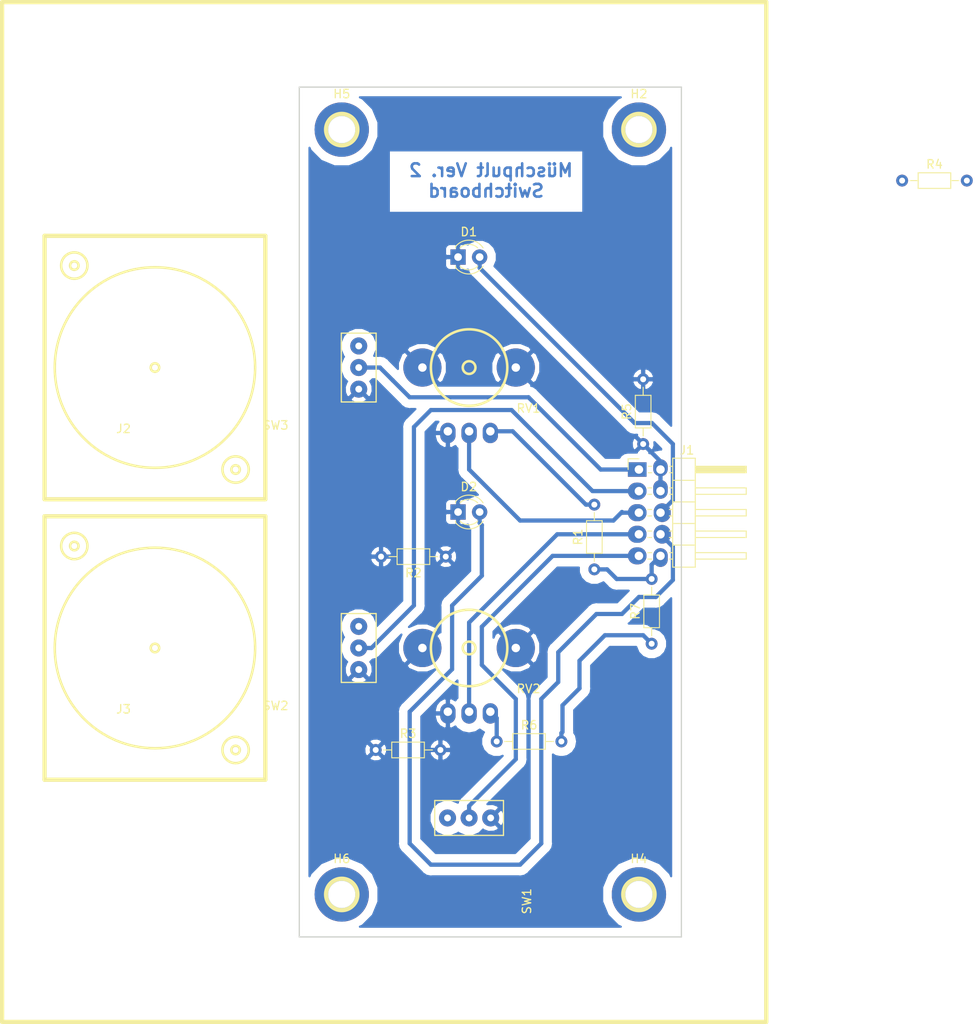
<source format=kicad_pcb>
(kicad_pcb (version 20171130) (host pcbnew "(5.0.2)-1")

  (general
    (thickness 1.6)
    (drawings 17)
    (tracks 76)
    (zones 0)
    (modules 21)
    (nets 14)
  )

  (page A4 portrait)
  (layers
    (0 F.Cu signal)
    (31 B.Cu signal hide)
    (32 B.Adhes user hide)
    (33 F.Adhes user hide)
    (34 B.Paste user hide)
    (35 F.Paste user hide)
    (36 B.SilkS user hide)
    (37 F.SilkS user)
    (38 B.Mask user hide)
    (39 F.Mask user hide)
    (40 Dwgs.User user hide)
    (41 Cmts.User user hide)
    (42 Eco1.User user hide)
    (43 Eco2.User user hide)
    (44 Edge.Cuts user)
    (45 Margin user hide)
    (46 B.CrtYd user)
    (47 F.CrtYd user)
    (48 B.Fab user)
    (49 F.Fab user)
  )

  (setup
    (last_trace_width 0.5)
    (trace_clearance 0.25)
    (zone_clearance 1)
    (zone_45_only yes)
    (trace_min 0.2)
    (segment_width 0.2)
    (edge_width 0.15)
    (via_size 2)
    (via_drill 0.8)
    (via_min_size 0.4)
    (via_min_drill 0.3)
    (uvia_size 0.3)
    (uvia_drill 0.1)
    (uvias_allowed no)
    (uvia_min_size 0.2)
    (uvia_min_drill 0.1)
    (pcb_text_width 0.3)
    (pcb_text_size 1.5 1.5)
    (mod_edge_width 0.15)
    (mod_text_size 1 1)
    (mod_text_width 0.15)
    (pad_size 1.7 2.2)
    (pad_drill 1)
    (pad_to_mask_clearance 0.051)
    (solder_mask_min_width 0.25)
    (aux_axis_origin 75 20)
    (visible_elements 7FFFFFFF)
    (pcbplotparams
      (layerselection 0x010fc_ffffffff)
      (usegerberextensions false)
      (usegerberattributes false)
      (usegerberadvancedattributes false)
      (creategerberjobfile false)
      (excludeedgelayer true)
      (linewidth 0.100000)
      (plotframeref false)
      (viasonmask false)
      (mode 1)
      (useauxorigin false)
      (hpglpennumber 1)
      (hpglpenspeed 20)
      (hpglpendiameter 15.000000)
      (psnegative false)
      (psa4output false)
      (plotreference true)
      (plotvalue true)
      (plotinvisibletext false)
      (padsonsilk false)
      (subtractmaskfromsilk false)
      (outputformat 1)
      (mirror false)
      (drillshape 1)
      (scaleselection 1)
      (outputdirectory ""))
  )

  (net 0 "")
  (net 1 GND)
  (net 2 LED_Mic_2)
  (net 3 LED_Mic_1)
  (net 4 VCC)
  (net 5 "Net-(SW1-Pad1)")
  (net 6 DELAY)
  (net 7 Talkover_2)
  (net 8 Talkover_1)
  (net 9 "Net-(SW2-Pad1)")
  (net 10 "Net-(SW3-Pad1)")
  (net 11 Vol_Mic_2)
  (net 12 Vol_Mic_1)
  (net 13 "Net-(J1-Pad2)")

  (net_class Default "Dies ist die voreingestellte Netzklasse."
    (clearance 0.25)
    (trace_width 0.5)
    (via_dia 2)
    (via_drill 0.8)
    (uvia_dia 0.3)
    (uvia_drill 0.1)
    (add_net DELAY)
    (add_net GND)
    (add_net LED_Mic_1)
    (add_net LED_Mic_2)
    (add_net "Net-(J1-Pad2)")
    (add_net "Net-(SW1-Pad1)")
    (add_net "Net-(SW2-Pad1)")
    (add_net "Net-(SW3-Pad1)")
    (add_net Talkover_1)
    (add_net Talkover_2)
    (add_net VCC)
    (add_net Vol_Mic_1)
    (add_net Vol_Mic_2)
  )

  (module "Peer:XLR D-Form" (layer F.Cu) (tedit 5C952C65) (tstamp 5CA77CC8)
    (at 93 63)
    (path /5C8EC775)
    (fp_text reference J2 (at -3.7 7.2) (layer F.SilkS)
      (effects (font (size 1 1) (thickness 0.15)))
    )
    (fp_text value XLR3 (at 0.2 -7.8) (layer F.Fab)
      (effects (font (size 1 1) (thickness 0.15)))
    )
    (fp_circle (center 0 0) (end -11.8 0) (layer F.SilkS) (width 0.3))
    (fp_circle (center 0 0) (end -0.5 0) (layer F.SilkS) (width 0.3))
    (fp_circle (center 9.5 12) (end 9 12) (layer F.SilkS) (width 0.3))
    (fp_circle (center -9.5 -12) (end -10 -12) (layer F.SilkS) (width 0.3))
    (fp_circle (center 9.5 12) (end 7.95 12) (layer F.SilkS) (width 0.3))
    (fp_circle (center -9.5 -12) (end -11.05 -12) (layer F.SilkS) (width 0.3))
    (fp_line (start 13 -15.5) (end -13 -15.5) (layer F.SilkS) (width 0.5))
    (fp_line (start 13 15.5) (end 13 -15.5) (layer F.SilkS) (width 0.5))
    (fp_line (start -13 15.5) (end 13 15.5) (layer F.SilkS) (width 0.5))
    (fp_line (start -13 -15.5) (end -13 15.5) (layer F.SilkS) (width 0.5))
  )

  (module "Peer:XLR D-Form" (layer F.Cu) (tedit 5C952C65) (tstamp 5CA77EA8)
    (at 93 96)
    (path /5C8EC7EF)
    (fp_text reference J3 (at -3.7 7.2) (layer F.SilkS)
      (effects (font (size 1 1) (thickness 0.15)))
    )
    (fp_text value XLR3 (at 0.2 -7.8) (layer F.Fab)
      (effects (font (size 1 1) (thickness 0.15)))
    )
    (fp_circle (center 0 0) (end -11.8 0) (layer F.SilkS) (width 0.3))
    (fp_circle (center 0 0) (end -0.5 0) (layer F.SilkS) (width 0.3))
    (fp_circle (center 9.5 12) (end 9 12) (layer F.SilkS) (width 0.3))
    (fp_circle (center -9.5 -12) (end -10 -12) (layer F.SilkS) (width 0.3))
    (fp_circle (center 9.5 12) (end 7.95 12) (layer F.SilkS) (width 0.3))
    (fp_circle (center -9.5 -12) (end -11.05 -12) (layer F.SilkS) (width 0.3))
    (fp_line (start 13 -15.5) (end -13 -15.5) (layer F.SilkS) (width 0.5))
    (fp_line (start 13 15.5) (end 13 -15.5) (layer F.SilkS) (width 0.5))
    (fp_line (start -13 15.5) (end 13 15.5) (layer F.SilkS) (width 0.5))
    (fp_line (start -13 -15.5) (end -13 15.5) (layer F.SilkS) (width 0.5))
  )

  (module Resistor_THT:R_Axial_DIN0204_L3.6mm_D1.6mm_P7.62mm_Horizontal (layer F.Cu) (tedit 5AE5139B) (tstamp 5C9B3B8F)
    (at 119 108)
    (descr "Resistor, Axial_DIN0204 series, Axial, Horizontal, pin pitch=7.62mm, 0.167W, length*diameter=3.6*1.6mm^2, http://cdn-reichelt.de/documents/datenblatt/B400/1_4W%23YAG.pdf")
    (tags "Resistor Axial_DIN0204 series Axial Horizontal pin pitch 7.62mm 0.167W length 3.6mm diameter 1.6mm")
    (path /5C8EA8CB)
    (fp_text reference R3 (at 3.81 -1.92) (layer F.SilkS)
      (effects (font (size 1 1) (thickness 0.15)))
    )
    (fp_text value R (at 3.81 1.92) (layer F.Fab)
      (effects (font (size 1 1) (thickness 0.15)))
    )
    (fp_line (start 2.01 -0.8) (end 2.01 0.8) (layer F.Fab) (width 0.1))
    (fp_line (start 2.01 0.8) (end 5.61 0.8) (layer F.Fab) (width 0.1))
    (fp_line (start 5.61 0.8) (end 5.61 -0.8) (layer F.Fab) (width 0.1))
    (fp_line (start 5.61 -0.8) (end 2.01 -0.8) (layer F.Fab) (width 0.1))
    (fp_line (start 0 0) (end 2.01 0) (layer F.Fab) (width 0.1))
    (fp_line (start 7.62 0) (end 5.61 0) (layer F.Fab) (width 0.1))
    (fp_line (start 1.89 -0.92) (end 1.89 0.92) (layer F.SilkS) (width 0.12))
    (fp_line (start 1.89 0.92) (end 5.73 0.92) (layer F.SilkS) (width 0.12))
    (fp_line (start 5.73 0.92) (end 5.73 -0.92) (layer F.SilkS) (width 0.12))
    (fp_line (start 5.73 -0.92) (end 1.89 -0.92) (layer F.SilkS) (width 0.12))
    (fp_line (start 0.94 0) (end 1.89 0) (layer F.SilkS) (width 0.12))
    (fp_line (start 6.68 0) (end 5.73 0) (layer F.SilkS) (width 0.12))
    (fp_line (start -0.95 -1.05) (end -0.95 1.05) (layer F.CrtYd) (width 0.05))
    (fp_line (start -0.95 1.05) (end 8.57 1.05) (layer F.CrtYd) (width 0.05))
    (fp_line (start 8.57 1.05) (end 8.57 -1.05) (layer F.CrtYd) (width 0.05))
    (fp_line (start 8.57 -1.05) (end -0.95 -1.05) (layer F.CrtYd) (width 0.05))
    (fp_text user %R (at 3.81 0) (layer F.Fab)
      (effects (font (size 0.72 0.72) (thickness 0.108)))
    )
    (pad 1 thru_hole circle (at 0 0) (size 1.4 1.4) (drill 0.7) (layers *.Cu *.Mask)
      (net 1 GND))
    (pad 2 thru_hole oval (at 7.62 0) (size 1.4 1.4) (drill 0.7) (layers *.Cu *.Mask)
      (net 1 GND))
    (model ${KISYS3DMOD}/Resistor_THT.3dshapes/R_Axial_DIN0204_L3.6mm_D1.6mm_P7.62mm_Horizontal.wrl
      (at (xyz 0 0 0))
      (scale (xyz 1 1 1))
      (rotate (xyz 0 0 0))
    )
  )

  (module Resistor_THT:R_Axial_DIN0204_L3.6mm_D1.6mm_P7.62mm_Horizontal (layer F.Cu) (tedit 5AE5139B) (tstamp 5C9B3EEC)
    (at 127.25 85.25 180)
    (descr "Resistor, Axial_DIN0204 series, Axial, Horizontal, pin pitch=7.62mm, 0.167W, length*diameter=3.6*1.6mm^2, http://cdn-reichelt.de/documents/datenblatt/B400/1_4W%23YAG.pdf")
    (tags "Resistor Axial_DIN0204 series Axial Horizontal pin pitch 7.62mm 0.167W length 3.6mm diameter 1.6mm")
    (path /5C8EA62A)
    (fp_text reference R2 (at 3.81 -1.92 180) (layer F.SilkS)
      (effects (font (size 1 1) (thickness 0.15)))
    )
    (fp_text value R (at 3.81 1.92 180) (layer F.Fab)
      (effects (font (size 1 1) (thickness 0.15)))
    )
    (fp_text user %R (at 3.81 0.5 180) (layer F.Fab)
      (effects (font (size 0.72 0.72) (thickness 0.108)))
    )
    (fp_line (start 8.57 -1.05) (end -0.95 -1.05) (layer F.CrtYd) (width 0.05))
    (fp_line (start 8.57 1.05) (end 8.57 -1.05) (layer F.CrtYd) (width 0.05))
    (fp_line (start -0.95 1.05) (end 8.57 1.05) (layer F.CrtYd) (width 0.05))
    (fp_line (start -0.95 -1.05) (end -0.95 1.05) (layer F.CrtYd) (width 0.05))
    (fp_line (start 6.68 0) (end 5.73 0) (layer F.SilkS) (width 0.12))
    (fp_line (start 0.94 0) (end 1.89 0) (layer F.SilkS) (width 0.12))
    (fp_line (start 5.73 -0.92) (end 1.89 -0.92) (layer F.SilkS) (width 0.12))
    (fp_line (start 5.73 0.92) (end 5.73 -0.92) (layer F.SilkS) (width 0.12))
    (fp_line (start 1.89 0.92) (end 5.73 0.92) (layer F.SilkS) (width 0.12))
    (fp_line (start 1.89 -0.92) (end 1.89 0.92) (layer F.SilkS) (width 0.12))
    (fp_line (start 7.62 0) (end 5.61 0) (layer F.Fab) (width 0.1))
    (fp_line (start 0 0) (end 2.01 0) (layer F.Fab) (width 0.1))
    (fp_line (start 5.61 -0.8) (end 2.01 -0.8) (layer F.Fab) (width 0.1))
    (fp_line (start 5.61 0.8) (end 5.61 -0.8) (layer F.Fab) (width 0.1))
    (fp_line (start 2.01 0.8) (end 5.61 0.8) (layer F.Fab) (width 0.1))
    (fp_line (start 2.01 -0.8) (end 2.01 0.8) (layer F.Fab) (width 0.1))
    (pad 2 thru_hole oval (at 7.62 0 180) (size 1.4 1.4) (drill 0.7) (layers *.Cu *.Mask)
      (net 1 GND))
    (pad 1 thru_hole circle (at 0 0 180) (size 1.4 1.4) (drill 0.7) (layers *.Cu *.Mask)
      (net 1 GND))
    (model ${KISYS3DMOD}/Resistor_THT.3dshapes/R_Axial_DIN0204_L3.6mm_D1.6mm_P7.62mm_Horizontal.wrl
      (at (xyz 0 0 0))
      (scale (xyz 1 1 1))
      (rotate (xyz 0 0 0))
    )
  )

  (module Peer:ALPS_RK09L1140_Vertival_THT (layer F.Cu) (tedit 5C8EB462) (tstamp 5C95AD0F)
    (at 130 63)
    (path /5C88EA18)
    (fp_text reference RV1 (at 7 4.8) (layer F.SilkS)
      (effects (font (size 1 1) (thickness 0.15)))
    )
    (fp_text value R_POT (at 0 -6.3) (layer F.Fab)
      (effects (font (size 1 1) (thickness 0.15)))
    )
    (fp_circle (center 0 0) (end 4.5 0) (layer F.SilkS) (width 0.3))
    (fp_circle (center 0 0) (end 0.75 0) (layer F.SilkS) (width 0.3))
    (pad 5 thru_hole circle (at 5.5 0) (size 4.5 4.5) (drill 1) (layers *.Cu *.Mask)
      (net 1 GND))
    (pad 4 thru_hole circle (at -5.5 0) (size 4.5 4.5) (drill 1) (layers *.Cu *.Mask)
      (net 1 GND))
    (pad 1 thru_hole oval (at 2.5 7.5) (size 1.8 2.4) (drill 1 (offset 0 0.2)) (layers *.Cu *.Mask)
      (net 4 VCC))
    (pad 2 thru_hole oval (at 0 7.5) (size 1.8 2.4) (drill 1 (offset 0 0.2)) (layers *.Cu *.Mask)
      (net 12 Vol_Mic_1))
    (pad 3 thru_hole oval (at -2.5 7.5) (size 1.8 2.4) (drill 1 (offset 0 0.2)) (layers *.Cu *.Mask)
      (net 1 GND))
  )

  (module Peer:ALPS_RK09L1140_Vertival_THT (layer F.Cu) (tedit 5C8EB473) (tstamp 5C95AD1C)
    (at 130 96)
    (path /5C88EA44)
    (fp_text reference RV2 (at 7 4.8) (layer F.SilkS)
      (effects (font (size 1 1) (thickness 0.15)))
    )
    (fp_text value R_POT (at 0 -6.3) (layer F.Fab)
      (effects (font (size 1 1) (thickness 0.15)))
    )
    (fp_circle (center 0 0) (end 4.5 0) (layer F.SilkS) (width 0.3))
    (fp_circle (center 0 0) (end 0.75 0) (layer F.SilkS) (width 0.3))
    (pad 5 thru_hole circle (at 5.5 0) (size 4.5 4.5) (drill 1) (layers *.Cu *.Mask)
      (net 1 GND))
    (pad 4 thru_hole circle (at -5.5 0) (size 4.5 4.5) (drill 1) (layers *.Cu *.Mask)
      (net 1 GND))
    (pad 1 thru_hole oval (at 2.5 7.5) (size 1.8 2.4) (drill 1 (offset 0 0.2)) (layers *.Cu *.Mask)
      (net 4 VCC))
    (pad 2 thru_hole oval (at 0 7.5) (size 1.8 2.4) (drill 1 (offset 0 0.2)) (layers *.Cu *.Mask)
      (net 11 Vol_Mic_2))
    (pad 3 thru_hole oval (at -2.5 7.5) (size 1.8 2.4) (drill 1 (offset 0 0.2)) (layers *.Cu *.Mask)
      (net 1 GND))
  )

  (module LED_THT:LED_D3.0mm_FlatTop (layer F.Cu) (tedit 5880A862) (tstamp 5C95AC66)
    (at 128.7 50)
    (descr "LED, Round, FlatTop, diameter 3.0mm, 2 pins, http://www.kingbright.com/attachments/file/psearch/000/00/00/L-47XEC(Ver.9A).pdf")
    (tags "LED Round FlatTop diameter 3.0mm 2 pins")
    (path /5C89BE8B)
    (fp_text reference D1 (at 1.27 -2.96) (layer F.SilkS)
      (effects (font (size 1 1) (thickness 0.15)))
    )
    (fp_text value LED (at 1.27 2.96) (layer F.Fab)
      (effects (font (size 1 1) (thickness 0.15)))
    )
    (fp_arc (start 1.27 0) (end -0.23 -1.16619) (angle 284.3) (layer F.Fab) (width 0.1))
    (fp_arc (start 1.27 0) (end -0.29 -1.235516) (angle 108.8) (layer F.SilkS) (width 0.12))
    (fp_arc (start 1.27 0) (end -0.29 1.235516) (angle -108.8) (layer F.SilkS) (width 0.12))
    (fp_arc (start 1.27 0) (end 0.229039 -1.08) (angle 87.9) (layer F.SilkS) (width 0.12))
    (fp_arc (start 1.27 0) (end 0.229039 1.08) (angle -87.9) (layer F.SilkS) (width 0.12))
    (fp_circle (center 1.27 0) (end 2.77 0) (layer F.Fab) (width 0.1))
    (fp_line (start -0.23 -1.16619) (end -0.23 1.16619) (layer F.Fab) (width 0.1))
    (fp_line (start -0.29 -1.236) (end -0.29 -1.08) (layer F.SilkS) (width 0.12))
    (fp_line (start -0.29 1.08) (end -0.29 1.236) (layer F.SilkS) (width 0.12))
    (fp_line (start -1.15 -2.25) (end -1.15 2.25) (layer F.CrtYd) (width 0.05))
    (fp_line (start -1.15 2.25) (end 3.7 2.25) (layer F.CrtYd) (width 0.05))
    (fp_line (start 3.7 2.25) (end 3.7 -2.25) (layer F.CrtYd) (width 0.05))
    (fp_line (start 3.7 -2.25) (end -1.15 -2.25) (layer F.CrtYd) (width 0.05))
    (pad 1 thru_hole rect (at 0 0) (size 1.8 1.8) (drill 0.9) (layers *.Cu *.Mask)
      (net 1 GND))
    (pad 2 thru_hole circle (at 2.54 0) (size 1.8 1.8) (drill 0.9) (layers *.Cu *.Mask)
      (net 2 LED_Mic_2))
    (model ${KISYS3DMOD}/LED_THT.3dshapes/LED_D3.0mm_FlatTop.wrl
      (at (xyz 0 0 0))
      (scale (xyz 1 1 1))
      (rotate (xyz 0 0 0))
    )
  )

  (module LED_THT:LED_D3.0mm_FlatTop (layer F.Cu) (tedit 5880A862) (tstamp 5C95AC79)
    (at 128.7 80)
    (descr "LED, Round, FlatTop, diameter 3.0mm, 2 pins, http://www.kingbright.com/attachments/file/psearch/000/00/00/L-47XEC(Ver.9A).pdf")
    (tags "LED Round FlatTop diameter 3.0mm 2 pins")
    (path /5C89BF79)
    (fp_text reference D2 (at 1.27 -2.96) (layer F.SilkS)
      (effects (font (size 1 1) (thickness 0.15)))
    )
    (fp_text value LED (at 1.27 2.96) (layer F.Fab)
      (effects (font (size 1 1) (thickness 0.15)))
    )
    (fp_line (start 3.7 -2.25) (end -1.15 -2.25) (layer F.CrtYd) (width 0.05))
    (fp_line (start 3.7 2.25) (end 3.7 -2.25) (layer F.CrtYd) (width 0.05))
    (fp_line (start -1.15 2.25) (end 3.7 2.25) (layer F.CrtYd) (width 0.05))
    (fp_line (start -1.15 -2.25) (end -1.15 2.25) (layer F.CrtYd) (width 0.05))
    (fp_line (start -0.29 1.08) (end -0.29 1.236) (layer F.SilkS) (width 0.12))
    (fp_line (start -0.29 -1.236) (end -0.29 -1.08) (layer F.SilkS) (width 0.12))
    (fp_line (start -0.23 -1.16619) (end -0.23 1.16619) (layer F.Fab) (width 0.1))
    (fp_circle (center 1.27 0) (end 2.77 0) (layer F.Fab) (width 0.1))
    (fp_arc (start 1.27 0) (end 0.229039 1.08) (angle -87.9) (layer F.SilkS) (width 0.12))
    (fp_arc (start 1.27 0) (end 0.229039 -1.08) (angle 87.9) (layer F.SilkS) (width 0.12))
    (fp_arc (start 1.27 0) (end -0.29 1.235516) (angle -108.8) (layer F.SilkS) (width 0.12))
    (fp_arc (start 1.27 0) (end -0.29 -1.235516) (angle 108.8) (layer F.SilkS) (width 0.12))
    (fp_arc (start 1.27 0) (end -0.23 -1.16619) (angle 284.3) (layer F.Fab) (width 0.1))
    (pad 2 thru_hole circle (at 2.54 0) (size 1.8 1.8) (drill 0.9) (layers *.Cu *.Mask)
      (net 3 LED_Mic_1))
    (pad 1 thru_hole rect (at 0 0) (size 1.8 1.8) (drill 0.9) (layers *.Cu *.Mask)
      (net 1 GND))
    (model ${KISYS3DMOD}/LED_THT.3dshapes/LED_D3.0mm_FlatTop.wrl
      (at (xyz 0 0 0))
      (scale (xyz 1 1 1))
      (rotate (xyz 0 0 0))
    )
  )

  (module MountingHole:MountingHole_3.2mm_M3_Pad (layer F.Cu) (tedit 56D1B4CB) (tstamp 5C95AC89)
    (at 150 35)
    (descr "Mounting Hole 3.2mm, M3")
    (tags "mounting hole 3.2mm m3")
    (path /5C89CA70)
    (attr virtual)
    (fp_text reference H2 (at 0 -4.2) (layer F.SilkS)
      (effects (font (size 1 1) (thickness 0.15)))
    )
    (fp_text value MountingHole (at 0 4.2) (layer F.Fab)
      (effects (font (size 1 1) (thickness 0.15)))
    )
    (fp_text user %R (at 0.3 0) (layer F.Fab)
      (effects (font (size 1 1) (thickness 0.15)))
    )
    (fp_circle (center 0 0) (end 3.2 0) (layer Cmts.User) (width 0.15))
    (fp_circle (center 0 0) (end 3.45 0) (layer F.CrtYd) (width 0.05))
    (pad 1 thru_hole circle (at 0 0) (size 6.4 6.4) (drill 3.2) (layers *.Cu *.Mask))
  )

  (module MountingHole:MountingHole_3.2mm_M3_Pad (layer F.Cu) (tedit 56D1B4CB) (tstamp 5C95AF39)
    (at 150 125)
    (descr "Mounting Hole 3.2mm, M3")
    (tags "mounting hole 3.2mm m3")
    (path /5C89CABA)
    (attr virtual)
    (fp_text reference H4 (at 0 -4.2) (layer F.SilkS)
      (effects (font (size 1 1) (thickness 0.15)))
    )
    (fp_text value MountingHole (at 0 4.2) (layer F.Fab)
      (effects (font (size 1 1) (thickness 0.15)))
    )
    (fp_circle (center 0 0) (end 3.45 0) (layer F.CrtYd) (width 0.05))
    (fp_circle (center 0 0) (end 3.2 0) (layer Cmts.User) (width 0.15))
    (fp_text user %R (at 0.3 0) (layer F.Fab)
      (effects (font (size 1 1) (thickness 0.15)))
    )
    (pad 1 thru_hole circle (at 0 0) (size 6.4 6.4) (drill 3.2) (layers *.Cu *.Mask))
  )

  (module Connector_PinHeader_2.54mm:PinHeader_2x05_P2.54mm_Horizontal (layer F.Cu) (tedit 5C8EB9CA) (tstamp 5C95AD02)
    (at 150 75)
    (descr "Through hole angled pin header, 2x05, 2.54mm pitch, 6mm pin length, double rows")
    (tags "Through hole angled pin header THT 2x05 2.54mm double row")
    (path /5C89BD24)
    (fp_text reference J1 (at 5.655 -2.27) (layer F.SilkS)
      (effects (font (size 1 1) (thickness 0.15)))
    )
    (fp_text value Conn_02x05_Odd_Even (at 5.655 12.43) (layer F.Fab)
      (effects (font (size 1 1) (thickness 0.15)))
    )
    (fp_line (start 4.675 -1.27) (end 6.58 -1.27) (layer F.Fab) (width 0.1))
    (fp_line (start 6.58 -1.27) (end 6.58 11.43) (layer F.Fab) (width 0.1))
    (fp_line (start 6.58 11.43) (end 4.04 11.43) (layer F.Fab) (width 0.1))
    (fp_line (start 4.04 11.43) (end 4.04 -0.635) (layer F.Fab) (width 0.1))
    (fp_line (start 4.04 -0.635) (end 4.675 -1.27) (layer F.Fab) (width 0.1))
    (fp_line (start -0.32 -0.32) (end 4.04 -0.32) (layer F.Fab) (width 0.1))
    (fp_line (start -0.32 -0.32) (end -0.32 0.32) (layer F.Fab) (width 0.1))
    (fp_line (start -0.32 0.32) (end 4.04 0.32) (layer F.Fab) (width 0.1))
    (fp_line (start 6.58 -0.32) (end 12.58 -0.32) (layer F.Fab) (width 0.1))
    (fp_line (start 12.58 -0.32) (end 12.58 0.32) (layer F.Fab) (width 0.1))
    (fp_line (start 6.58 0.32) (end 12.58 0.32) (layer F.Fab) (width 0.1))
    (fp_line (start -0.32 2.22) (end 4.04 2.22) (layer F.Fab) (width 0.1))
    (fp_line (start -0.32 2.22) (end -0.32 2.86) (layer F.Fab) (width 0.1))
    (fp_line (start -0.32 2.86) (end 4.04 2.86) (layer F.Fab) (width 0.1))
    (fp_line (start 6.58 2.22) (end 12.58 2.22) (layer F.Fab) (width 0.1))
    (fp_line (start 12.58 2.22) (end 12.58 2.86) (layer F.Fab) (width 0.1))
    (fp_line (start 6.58 2.86) (end 12.58 2.86) (layer F.Fab) (width 0.1))
    (fp_line (start -0.32 4.76) (end 4.04 4.76) (layer F.Fab) (width 0.1))
    (fp_line (start -0.32 4.76) (end -0.32 5.4) (layer F.Fab) (width 0.1))
    (fp_line (start -0.32 5.4) (end 4.04 5.4) (layer F.Fab) (width 0.1))
    (fp_line (start 6.58 4.76) (end 12.58 4.76) (layer F.Fab) (width 0.1))
    (fp_line (start 12.58 4.76) (end 12.58 5.4) (layer F.Fab) (width 0.1))
    (fp_line (start 6.58 5.4) (end 12.58 5.4) (layer F.Fab) (width 0.1))
    (fp_line (start -0.32 7.3) (end 4.04 7.3) (layer F.Fab) (width 0.1))
    (fp_line (start -0.32 7.3) (end -0.32 7.94) (layer F.Fab) (width 0.1))
    (fp_line (start -0.32 7.94) (end 4.04 7.94) (layer F.Fab) (width 0.1))
    (fp_line (start 6.58 7.3) (end 12.58 7.3) (layer F.Fab) (width 0.1))
    (fp_line (start 12.58 7.3) (end 12.58 7.94) (layer F.Fab) (width 0.1))
    (fp_line (start 6.58 7.94) (end 12.58 7.94) (layer F.Fab) (width 0.1))
    (fp_line (start -0.32 9.84) (end 4.04 9.84) (layer F.Fab) (width 0.1))
    (fp_line (start -0.32 9.84) (end -0.32 10.48) (layer F.Fab) (width 0.1))
    (fp_line (start -0.32 10.48) (end 4.04 10.48) (layer F.Fab) (width 0.1))
    (fp_line (start 6.58 9.84) (end 12.58 9.84) (layer F.Fab) (width 0.1))
    (fp_line (start 12.58 9.84) (end 12.58 10.48) (layer F.Fab) (width 0.1))
    (fp_line (start 6.58 10.48) (end 12.58 10.48) (layer F.Fab) (width 0.1))
    (fp_line (start 3.98 -1.33) (end 3.98 11.49) (layer F.SilkS) (width 0.12))
    (fp_line (start 3.98 11.49) (end 6.64 11.49) (layer F.SilkS) (width 0.12))
    (fp_line (start 6.64 11.49) (end 6.64 -1.33) (layer F.SilkS) (width 0.12))
    (fp_line (start 6.64 -1.33) (end 3.98 -1.33) (layer F.SilkS) (width 0.12))
    (fp_line (start 6.64 -0.38) (end 12.64 -0.38) (layer F.SilkS) (width 0.12))
    (fp_line (start 12.64 -0.38) (end 12.64 0.38) (layer F.SilkS) (width 0.12))
    (fp_line (start 12.64 0.38) (end 6.64 0.38) (layer F.SilkS) (width 0.12))
    (fp_line (start 6.64 -0.32) (end 12.64 -0.32) (layer F.SilkS) (width 0.12))
    (fp_line (start 6.64 -0.2) (end 12.64 -0.2) (layer F.SilkS) (width 0.12))
    (fp_line (start 6.64 -0.08) (end 12.64 -0.08) (layer F.SilkS) (width 0.12))
    (fp_line (start 6.64 0.04) (end 12.64 0.04) (layer F.SilkS) (width 0.12))
    (fp_line (start 6.64 0.16) (end 12.64 0.16) (layer F.SilkS) (width 0.12))
    (fp_line (start 6.64 0.28) (end 12.64 0.28) (layer F.SilkS) (width 0.12))
    (fp_line (start 3.582929 -0.38) (end 3.98 -0.38) (layer F.SilkS) (width 0.12))
    (fp_line (start 3.582929 0.38) (end 3.98 0.38) (layer F.SilkS) (width 0.12))
    (fp_line (start 1.11 -0.38) (end 1.497071 -0.38) (layer F.SilkS) (width 0.12))
    (fp_line (start 1.11 0.38) (end 1.497071 0.38) (layer F.SilkS) (width 0.12))
    (fp_line (start 3.98 1.27) (end 6.64 1.27) (layer F.SilkS) (width 0.12))
    (fp_line (start 6.64 2.16) (end 12.64 2.16) (layer F.SilkS) (width 0.12))
    (fp_line (start 12.64 2.16) (end 12.64 2.92) (layer F.SilkS) (width 0.12))
    (fp_line (start 12.64 2.92) (end 6.64 2.92) (layer F.SilkS) (width 0.12))
    (fp_line (start 3.582929 2.16) (end 3.98 2.16) (layer F.SilkS) (width 0.12))
    (fp_line (start 3.582929 2.92) (end 3.98 2.92) (layer F.SilkS) (width 0.12))
    (fp_line (start 1.042929 2.16) (end 1.497071 2.16) (layer F.SilkS) (width 0.12))
    (fp_line (start 1.042929 2.92) (end 1.497071 2.92) (layer F.SilkS) (width 0.12))
    (fp_line (start 3.98 3.81) (end 6.64 3.81) (layer F.SilkS) (width 0.12))
    (fp_line (start 6.64 4.7) (end 12.64 4.7) (layer F.SilkS) (width 0.12))
    (fp_line (start 12.64 4.7) (end 12.64 5.46) (layer F.SilkS) (width 0.12))
    (fp_line (start 12.64 5.46) (end 6.64 5.46) (layer F.SilkS) (width 0.12))
    (fp_line (start 3.582929 4.7) (end 3.98 4.7) (layer F.SilkS) (width 0.12))
    (fp_line (start 3.582929 5.46) (end 3.98 5.46) (layer F.SilkS) (width 0.12))
    (fp_line (start 1.042929 4.7) (end 1.497071 4.7) (layer F.SilkS) (width 0.12))
    (fp_line (start 1.042929 5.46) (end 1.497071 5.46) (layer F.SilkS) (width 0.12))
    (fp_line (start 3.98 6.35) (end 6.64 6.35) (layer F.SilkS) (width 0.12))
    (fp_line (start 6.64 7.24) (end 12.64 7.24) (layer F.SilkS) (width 0.12))
    (fp_line (start 12.64 7.24) (end 12.64 8) (layer F.SilkS) (width 0.12))
    (fp_line (start 12.64 8) (end 6.64 8) (layer F.SilkS) (width 0.12))
    (fp_line (start 3.582929 7.24) (end 3.98 7.24) (layer F.SilkS) (width 0.12))
    (fp_line (start 3.582929 8) (end 3.98 8) (layer F.SilkS) (width 0.12))
    (fp_line (start 1.042929 7.24) (end 1.497071 7.24) (layer F.SilkS) (width 0.12))
    (fp_line (start 1.042929 8) (end 1.497071 8) (layer F.SilkS) (width 0.12))
    (fp_line (start 3.98 8.89) (end 6.64 8.89) (layer F.SilkS) (width 0.12))
    (fp_line (start 6.64 9.78) (end 12.64 9.78) (layer F.SilkS) (width 0.12))
    (fp_line (start 12.64 9.78) (end 12.64 10.54) (layer F.SilkS) (width 0.12))
    (fp_line (start 12.64 10.54) (end 6.64 10.54) (layer F.SilkS) (width 0.12))
    (fp_line (start 3.582929 9.78) (end 3.98 9.78) (layer F.SilkS) (width 0.12))
    (fp_line (start 3.582929 10.54) (end 3.98 10.54) (layer F.SilkS) (width 0.12))
    (fp_line (start 1.042929 9.78) (end 1.497071 9.78) (layer F.SilkS) (width 0.12))
    (fp_line (start 1.042929 10.54) (end 1.497071 10.54) (layer F.SilkS) (width 0.12))
    (fp_line (start -1.27 0) (end -1.27 -1.27) (layer F.SilkS) (width 0.12))
    (fp_line (start -1.27 -1.27) (end 0 -1.27) (layer F.SilkS) (width 0.12))
    (fp_line (start -1.8 -1.8) (end -1.8 11.95) (layer F.CrtYd) (width 0.05))
    (fp_line (start -1.8 11.95) (end 13.1 11.95) (layer F.CrtYd) (width 0.05))
    (fp_line (start 13.1 11.95) (end 13.1 -1.8) (layer F.CrtYd) (width 0.05))
    (fp_line (start 13.1 -1.8) (end -1.8 -1.8) (layer F.CrtYd) (width 0.05))
    (fp_text user %R (at 5.31 5.08 90) (layer F.Fab)
      (effects (font (size 1 1) (thickness 0.15)))
    )
    (pad 1 thru_hole rect (at 0 0) (size 2.2 1.7) (drill 1 (offset -0.2 0)) (layers *.Cu *.Mask)
      (net 7 Talkover_2))
    (pad 2 thru_hole oval (at 2.54 0) (size 1.7 2) (drill 1 (offset 0 -0.2)) (layers *.Cu *.Mask)
      (net 13 "Net-(J1-Pad2)"))
    (pad 3 thru_hole oval (at 0 2.54) (size 2.2 2) (drill 1 (offset -0.2 0)) (layers *.Cu *.Mask)
      (net 8 Talkover_1))
    (pad 4 thru_hole oval (at 2.54 2.54) (size 1.7 2.2) (drill 1 (offset 0 -0.2)) (layers *.Cu *.Mask)
      (net 13 "Net-(J1-Pad2)"))
    (pad 5 thru_hole oval (at 0 5.08) (size 2.2 2) (drill 1 (offset -0.2 0)) (layers *.Cu *.Mask)
      (net 12 Vol_Mic_1))
    (pad 6 thru_hole oval (at 2.54 5.08) (size 2 2.2) (drill 1 (offset 0.2 0)) (layers *.Cu *.Mask)
      (net 2 LED_Mic_2))
    (pad 7 thru_hole oval (at 0 7.62) (size 2.2 2) (drill 1 (offset -0.2 0)) (layers *.Cu *.Mask)
      (net 11 Vol_Mic_2))
    (pad 8 thru_hole oval (at 2.54 7.62) (size 2 2.2) (drill 1 (offset 0.2 0)) (layers *.Cu *.Mask)
      (net 3 LED_Mic_1))
    (pad 9 thru_hole oval (at 0 10.16) (size 2.2 2) (drill 1 (offset -0.2 0)) (layers *.Cu *.Mask)
      (net 6 DELAY))
    (pad 10 thru_hole oval (at 2.54 10.16) (size 1.7 2.2) (drill 1 (offset 0 0.2)) (layers *.Cu *.Mask)
      (net 4 VCC))
    (model ${KISYS3DMOD}/Connector_PinHeader_2.54mm.3dshapes/PinHeader_2x05_P2.54mm_Horizontal.wrl
      (at (xyz 0 0 0))
      (scale (xyz 1 1 1))
      (rotate (xyz 0 0 0))
    )
  )

  (module "Peer:Switch RND_210-00471 SPDT" (layer F.Cu) (tedit 5C8D8AEF) (tstamp 5C9A20A6)
    (at 130 116 90)
    (path /5C88E95A)
    (fp_text reference SW1 (at -9.8 6.8 90) (layer F.SilkS)
      (effects (font (size 1 1) (thickness 0.15)))
    )
    (fp_text value SW_DPDT_x2 (at -2.8 -12.8 90) (layer F.Fab)
      (effects (font (size 1 1) (thickness 0.15)))
    )
    (fp_line (start -2.05 -4.05) (end 2.05 -4.05) (layer F.SilkS) (width 0.15))
    (fp_line (start 2.05 -4.05) (end 2.05 4.05) (layer F.SilkS) (width 0.15))
    (fp_line (start 2.05 4.05) (end -2.05 4.05) (layer F.SilkS) (width 0.15))
    (fp_line (start -2.05 4.05) (end -2.05 -4.05) (layer F.SilkS) (width 0.15))
    (pad 1 thru_hole circle (at 0 -2.54 90) (size 2 2) (drill 0.8) (layers *.Cu *.Mask)
      (net 5 "Net-(SW1-Pad1)"))
    (pad 2 thru_hole circle (at 0 0 90) (size 2 2) (drill 0.8) (layers *.Cu *.Mask)
      (net 6 DELAY))
    (pad 3 thru_hole circle (at 0 2.54 90) (size 2 2) (drill 0.8) (layers *.Cu *.Mask)
      (net 1 GND))
  )

  (module "Peer:Switch RND_210-00471 SPDT" (layer F.Cu) (tedit 5C8D8AEF) (tstamp 5C9A20B0)
    (at 117 96)
    (path /5C8DCC13)
    (fp_text reference SW2 (at -9.8 6.8) (layer F.SilkS)
      (effects (font (size 1 1) (thickness 0.15)))
    )
    (fp_text value SW_DPDT_x2 (at -2.8 -12.8) (layer F.Fab)
      (effects (font (size 1 1) (thickness 0.15)))
    )
    (fp_line (start -2.05 4.05) (end -2.05 -4.05) (layer F.SilkS) (width 0.15))
    (fp_line (start 2.05 4.05) (end -2.05 4.05) (layer F.SilkS) (width 0.15))
    (fp_line (start 2.05 -4.05) (end 2.05 4.05) (layer F.SilkS) (width 0.15))
    (fp_line (start -2.05 -4.05) (end 2.05 -4.05) (layer F.SilkS) (width 0.15))
    (pad 3 thru_hole circle (at 0 2.54) (size 2 2) (drill 0.8) (layers *.Cu *.Mask)
      (net 1 GND))
    (pad 2 thru_hole circle (at 0 0) (size 2 2) (drill 0.8) (layers *.Cu *.Mask)
      (net 8 Talkover_1))
    (pad 1 thru_hole circle (at 0 -2.54) (size 2 2) (drill 0.8) (layers *.Cu *.Mask)
      (net 9 "Net-(SW2-Pad1)"))
  )

  (module "Peer:Switch RND_210-00471 SPDT" (layer F.Cu) (tedit 5C8D8AEF) (tstamp 5C9A20C4)
    (at 117 63)
    (path /5C8D90D9)
    (fp_text reference SW3 (at -9.8 6.8) (layer F.SilkS)
      (effects (font (size 1 1) (thickness 0.15)))
    )
    (fp_text value SW_Push_SPDT (at -2.8 -12.8) (layer F.Fab)
      (effects (font (size 1 1) (thickness 0.15)))
    )
    (fp_line (start -2.05 -4.05) (end 2.05 -4.05) (layer F.SilkS) (width 0.15))
    (fp_line (start 2.05 -4.05) (end 2.05 4.05) (layer F.SilkS) (width 0.15))
    (fp_line (start 2.05 4.05) (end -2.05 4.05) (layer F.SilkS) (width 0.15))
    (fp_line (start -2.05 4.05) (end -2.05 -4.05) (layer F.SilkS) (width 0.15))
    (pad 1 thru_hole circle (at 0 -2.54) (size 2 2) (drill 0.8) (layers *.Cu *.Mask)
      (net 10 "Net-(SW3-Pad1)"))
    (pad 2 thru_hole circle (at 0 0) (size 2 2) (drill 0.8) (layers *.Cu *.Mask)
      (net 7 Talkover_2))
    (pad 3 thru_hole circle (at 0 2.54) (size 2 2) (drill 0.8) (layers *.Cu *.Mask)
      (net 1 GND))
  )

  (module Resistor_THT:R_Axial_DIN0204_L3.6mm_D1.6mm_P7.62mm_Horizontal (layer F.Cu) (tedit 5AE5139B) (tstamp 5C9B3675)
    (at 150.5 72 90)
    (descr "Resistor, Axial_DIN0204 series, Axial, Horizontal, pin pitch=7.62mm, 0.167W, length*diameter=3.6*1.6mm^2, http://cdn-reichelt.de/documents/datenblatt/B400/1_4W%23YAG.pdf")
    (tags "Resistor Axial_DIN0204 series Axial Horizontal pin pitch 7.62mm 0.167W length 3.6mm diameter 1.6mm")
    (path /5C8EA93D)
    (fp_text reference R5 (at 3.81 -1.92 90) (layer F.SilkS)
      (effects (font (size 1 1) (thickness 0.15)))
    )
    (fp_text value R (at 3.81 1.92 90) (layer F.Fab)
      (effects (font (size 1 1) (thickness 0.15)))
    )
    (fp_line (start 2.01 -0.8) (end 2.01 0.8) (layer F.Fab) (width 0.1))
    (fp_line (start 2.01 0.8) (end 5.61 0.8) (layer F.Fab) (width 0.1))
    (fp_line (start 5.61 0.8) (end 5.61 -0.8) (layer F.Fab) (width 0.1))
    (fp_line (start 5.61 -0.8) (end 2.01 -0.8) (layer F.Fab) (width 0.1))
    (fp_line (start 0 0) (end 2.01 0) (layer F.Fab) (width 0.1))
    (fp_line (start 7.62 0) (end 5.61 0) (layer F.Fab) (width 0.1))
    (fp_line (start 1.89 -0.92) (end 1.89 0.92) (layer F.SilkS) (width 0.12))
    (fp_line (start 1.89 0.92) (end 5.73 0.92) (layer F.SilkS) (width 0.12))
    (fp_line (start 5.73 0.92) (end 5.73 -0.92) (layer F.SilkS) (width 0.12))
    (fp_line (start 5.73 -0.92) (end 1.89 -0.92) (layer F.SilkS) (width 0.12))
    (fp_line (start 0.94 0) (end 1.89 0) (layer F.SilkS) (width 0.12))
    (fp_line (start 6.68 0) (end 5.73 0) (layer F.SilkS) (width 0.12))
    (fp_line (start -0.95 -1.05) (end -0.95 1.05) (layer F.CrtYd) (width 0.05))
    (fp_line (start -0.95 1.05) (end 8.57 1.05) (layer F.CrtYd) (width 0.05))
    (fp_line (start 8.57 1.05) (end 8.57 -1.05) (layer F.CrtYd) (width 0.05))
    (fp_line (start 8.57 -1.05) (end -0.95 -1.05) (layer F.CrtYd) (width 0.05))
    (fp_text user %R (at 3.81 0 90) (layer F.Fab)
      (effects (font (size 0.72 0.72) (thickness 0.108)))
    )
    (pad 1 thru_hole circle (at 0 0 90) (size 1.4 1.4) (drill 0.7) (layers *.Cu *.Mask)
      (net 1 GND))
    (pad 2 thru_hole oval (at 7.62 0 90) (size 1.4 1.4) (drill 0.7) (layers *.Cu *.Mask)
      (net 1 GND))
    (model ${KISYS3DMOD}/Resistor_THT.3dshapes/R_Axial_DIN0204_L3.6mm_D1.6mm_P7.62mm_Horizontal.wrl
      (at (xyz 0 0 0))
      (scale (xyz 1 1 1))
      (rotate (xyz 0 0 0))
    )
  )

  (module MountingHole:MountingHole_3.2mm_M3_Pad (layer F.Cu) (tedit 56D1B4CB) (tstamp 5C9B3A5A)
    (at 115 35)
    (descr "Mounting Hole 3.2mm, M3")
    (tags "mounting hole 3.2mm m3")
    (path /5C8EB942)
    (attr virtual)
    (fp_text reference H5 (at 0 -4.2) (layer F.SilkS)
      (effects (font (size 1 1) (thickness 0.15)))
    )
    (fp_text value MountingHole (at 0 4.2) (layer F.Fab)
      (effects (font (size 1 1) (thickness 0.15)))
    )
    (fp_circle (center 0 0) (end 3.45 0) (layer F.CrtYd) (width 0.05))
    (fp_circle (center 0 0) (end 3.2 0) (layer Cmts.User) (width 0.15))
    (fp_text user %R (at 0.3 0) (layer F.Fab)
      (effects (font (size 1 1) (thickness 0.15)))
    )
    (pad 1 thru_hole circle (at 0 0) (size 6.4 6.4) (drill 3.2) (layers *.Cu *.Mask))
  )

  (module MountingHole:MountingHole_3.2mm_M3_Pad (layer F.Cu) (tedit 56D1B4CB) (tstamp 5C9B3AB4)
    (at 115 125)
    (descr "Mounting Hole 3.2mm, M3")
    (tags "mounting hole 3.2mm m3")
    (path /5C8EB98A)
    (attr virtual)
    (fp_text reference H6 (at 0 -4.2) (layer F.SilkS)
      (effects (font (size 1 1) (thickness 0.15)))
    )
    (fp_text value MountingHole (at 0 4.2) (layer F.Fab)
      (effects (font (size 1 1) (thickness 0.15)))
    )
    (fp_text user %R (at 0.3 0) (layer F.Fab)
      (effects (font (size 1 1) (thickness 0.15)))
    )
    (fp_circle (center 0 0) (end 3.2 0) (layer Cmts.User) (width 0.15))
    (fp_circle (center 0 0) (end 3.45 0) (layer F.CrtYd) (width 0.05))
    (pad 1 thru_hole circle (at 0 0) (size 6.4 6.4) (drill 3.2) (layers *.Cu *.Mask))
  )

  (module Resistor_THT:R_Axial_DIN0204_L3.6mm_D1.6mm_P7.62mm_Horizontal (layer F.Cu) (tedit 5AE5139B) (tstamp 5C9B3C80)
    (at 144.75 86.75 90)
    (descr "Resistor, Axial_DIN0204 series, Axial, Horizontal, pin pitch=7.62mm, 0.167W, length*diameter=3.6*1.6mm^2, http://cdn-reichelt.de/documents/datenblatt/B400/1_4W%23YAG.pdf")
    (tags "Resistor Axial_DIN0204 series Axial Horizontal pin pitch 7.62mm 0.167W length 3.6mm diameter 1.6mm")
    (path /5C8EC1D0)
    (fp_text reference R1 (at 3.81 -1.92 90) (layer F.SilkS)
      (effects (font (size 1 1) (thickness 0.15)))
    )
    (fp_text value R (at 3.81 1.92 90) (layer F.Fab)
      (effects (font (size 1 1) (thickness 0.15)))
    )
    (fp_text user %R (at 3.81 0 90) (layer F.Fab)
      (effects (font (size 0.72 0.72) (thickness 0.108)))
    )
    (fp_line (start 8.57 -1.05) (end -0.95 -1.05) (layer F.CrtYd) (width 0.05))
    (fp_line (start 8.57 1.05) (end 8.57 -1.05) (layer F.CrtYd) (width 0.05))
    (fp_line (start -0.95 1.05) (end 8.57 1.05) (layer F.CrtYd) (width 0.05))
    (fp_line (start -0.95 -1.05) (end -0.95 1.05) (layer F.CrtYd) (width 0.05))
    (fp_line (start 6.68 0) (end 5.73 0) (layer F.SilkS) (width 0.12))
    (fp_line (start 0.94 0) (end 1.89 0) (layer F.SilkS) (width 0.12))
    (fp_line (start 5.73 -0.92) (end 1.89 -0.92) (layer F.SilkS) (width 0.12))
    (fp_line (start 5.73 0.92) (end 5.73 -0.92) (layer F.SilkS) (width 0.12))
    (fp_line (start 1.89 0.92) (end 5.73 0.92) (layer F.SilkS) (width 0.12))
    (fp_line (start 1.89 -0.92) (end 1.89 0.92) (layer F.SilkS) (width 0.12))
    (fp_line (start 7.62 0) (end 5.61 0) (layer F.Fab) (width 0.1))
    (fp_line (start 0 0) (end 2.01 0) (layer F.Fab) (width 0.1))
    (fp_line (start 5.61 -0.8) (end 2.01 -0.8) (layer F.Fab) (width 0.1))
    (fp_line (start 5.61 0.8) (end 5.61 -0.8) (layer F.Fab) (width 0.1))
    (fp_line (start 2.01 0.8) (end 5.61 0.8) (layer F.Fab) (width 0.1))
    (fp_line (start 2.01 -0.8) (end 2.01 0.8) (layer F.Fab) (width 0.1))
    (pad 2 thru_hole oval (at 7.62 0 90) (size 1.4 1.4) (drill 0.7) (layers *.Cu *.Mask)
      (net 4 VCC))
    (pad 1 thru_hole circle (at 0 0 90) (size 1.4 1.4) (drill 0.7) (layers *.Cu *.Mask)
      (net 4 VCC))
    (model ${KISYS3DMOD}/Resistor_THT.3dshapes/R_Axial_DIN0204_L3.6mm_D1.6mm_P7.62mm_Horizontal.wrl
      (at (xyz 0 0 0))
      (scale (xyz 1 1 1))
      (rotate (xyz 0 0 0))
    )
  )

  (module Resistor_THT:R_Axial_DIN0204_L3.6mm_D1.6mm_P7.62mm_Horizontal (layer F.Cu) (tedit 5AE5139B) (tstamp 5C9B3C97)
    (at 181 41)
    (descr "Resistor, Axial_DIN0204 series, Axial, Horizontal, pin pitch=7.62mm, 0.167W, length*diameter=3.6*1.6mm^2, http://cdn-reichelt.de/documents/datenblatt/B400/1_4W%23YAG.pdf")
    (tags "Resistor Axial_DIN0204 series Axial Horizontal pin pitch 7.62mm 0.167W length 3.6mm diameter 1.6mm")
    (path /5C8EC23C)
    (fp_text reference R4 (at 3.81 -1.92) (layer F.SilkS)
      (effects (font (size 1 1) (thickness 0.15)))
    )
    (fp_text value R (at 3.81 1.92) (layer F.Fab)
      (effects (font (size 1 1) (thickness 0.15)))
    )
    (fp_line (start 2.01 -0.8) (end 2.01 0.8) (layer F.Fab) (width 0.1))
    (fp_line (start 2.01 0.8) (end 5.61 0.8) (layer F.Fab) (width 0.1))
    (fp_line (start 5.61 0.8) (end 5.61 -0.8) (layer F.Fab) (width 0.1))
    (fp_line (start 5.61 -0.8) (end 2.01 -0.8) (layer F.Fab) (width 0.1))
    (fp_line (start 0 0) (end 2.01 0) (layer F.Fab) (width 0.1))
    (fp_line (start 7.62 0) (end 5.61 0) (layer F.Fab) (width 0.1))
    (fp_line (start 1.89 -0.92) (end 1.89 0.92) (layer F.SilkS) (width 0.12))
    (fp_line (start 1.89 0.92) (end 5.73 0.92) (layer F.SilkS) (width 0.12))
    (fp_line (start 5.73 0.92) (end 5.73 -0.92) (layer F.SilkS) (width 0.12))
    (fp_line (start 5.73 -0.92) (end 1.89 -0.92) (layer F.SilkS) (width 0.12))
    (fp_line (start 0.94 0) (end 1.89 0) (layer F.SilkS) (width 0.12))
    (fp_line (start 6.68 0) (end 5.73 0) (layer F.SilkS) (width 0.12))
    (fp_line (start -0.95 -1.05) (end -0.95 1.05) (layer F.CrtYd) (width 0.05))
    (fp_line (start -0.95 1.05) (end 8.57 1.05) (layer F.CrtYd) (width 0.05))
    (fp_line (start 8.57 1.05) (end 8.57 -1.05) (layer F.CrtYd) (width 0.05))
    (fp_line (start 8.57 -1.05) (end -0.95 -1.05) (layer F.CrtYd) (width 0.05))
    (fp_text user %R (at 3.81 0) (layer F.Fab)
      (effects (font (size 0.72 0.72) (thickness 0.108)))
    )
    (pad 1 thru_hole circle (at 0 0) (size 1.4 1.4) (drill 0.7) (layers *.Cu *.Mask)
      (net 4 VCC))
    (pad 2 thru_hole oval (at 7.62 0) (size 1.4 1.4) (drill 0.7) (layers *.Cu *.Mask)
      (net 4 VCC))
    (model ${KISYS3DMOD}/Resistor_THT.3dshapes/R_Axial_DIN0204_L3.6mm_D1.6mm_P7.62mm_Horizontal.wrl
      (at (xyz 0 0 0))
      (scale (xyz 1 1 1))
      (rotate (xyz 0 0 0))
    )
  )

  (module Resistor_THT:R_Axial_DIN0204_L3.6mm_D1.6mm_P7.62mm_Horizontal (layer F.Cu) (tedit 5AE5139B) (tstamp 5C9B3CAE)
    (at 133.25 107)
    (descr "Resistor, Axial_DIN0204 series, Axial, Horizontal, pin pitch=7.62mm, 0.167W, length*diameter=3.6*1.6mm^2, http://cdn-reichelt.de/documents/datenblatt/B400/1_4W%23YAG.pdf")
    (tags "Resistor Axial_DIN0204 series Axial Horizontal pin pitch 7.62mm 0.167W length 3.6mm diameter 1.6mm")
    (path /5C8EC276)
    (fp_text reference R6 (at 3.81 -1.92) (layer F.SilkS)
      (effects (font (size 1 1) (thickness 0.15)))
    )
    (fp_text value R (at 3.81 1.92) (layer F.Fab)
      (effects (font (size 1 1) (thickness 0.15)))
    )
    (fp_text user %R (at 3.81 0) (layer F.Fab)
      (effects (font (size 0.72 0.72) (thickness 0.108)))
    )
    (fp_line (start 8.57 -1.05) (end -0.95 -1.05) (layer F.CrtYd) (width 0.05))
    (fp_line (start 8.57 1.05) (end 8.57 -1.05) (layer F.CrtYd) (width 0.05))
    (fp_line (start -0.95 1.05) (end 8.57 1.05) (layer F.CrtYd) (width 0.05))
    (fp_line (start -0.95 -1.05) (end -0.95 1.05) (layer F.CrtYd) (width 0.05))
    (fp_line (start 6.68 0) (end 5.73 0) (layer F.SilkS) (width 0.12))
    (fp_line (start 0.94 0) (end 1.89 0) (layer F.SilkS) (width 0.12))
    (fp_line (start 5.73 -0.92) (end 1.89 -0.92) (layer F.SilkS) (width 0.12))
    (fp_line (start 5.73 0.92) (end 5.73 -0.92) (layer F.SilkS) (width 0.12))
    (fp_line (start 1.89 0.92) (end 5.73 0.92) (layer F.SilkS) (width 0.12))
    (fp_line (start 1.89 -0.92) (end 1.89 0.92) (layer F.SilkS) (width 0.12))
    (fp_line (start 7.62 0) (end 5.61 0) (layer F.Fab) (width 0.1))
    (fp_line (start 0 0) (end 2.01 0) (layer F.Fab) (width 0.1))
    (fp_line (start 5.61 -0.8) (end 2.01 -0.8) (layer F.Fab) (width 0.1))
    (fp_line (start 5.61 0.8) (end 5.61 -0.8) (layer F.Fab) (width 0.1))
    (fp_line (start 2.01 0.8) (end 5.61 0.8) (layer F.Fab) (width 0.1))
    (fp_line (start 2.01 -0.8) (end 2.01 0.8) (layer F.Fab) (width 0.1))
    (pad 2 thru_hole oval (at 7.62 0) (size 1.4 1.4) (drill 0.7) (layers *.Cu *.Mask)
      (net 4 VCC))
    (pad 1 thru_hole circle (at 0 0) (size 1.4 1.4) (drill 0.7) (layers *.Cu *.Mask)
      (net 4 VCC))
    (model ${KISYS3DMOD}/Resistor_THT.3dshapes/R_Axial_DIN0204_L3.6mm_D1.6mm_P7.62mm_Horizontal.wrl
      (at (xyz 0 0 0))
      (scale (xyz 1 1 1))
      (rotate (xyz 0 0 0))
    )
  )

  (module Resistor_THT:R_Axial_DIN0204_L3.6mm_D1.6mm_P7.62mm_Horizontal (layer F.Cu) (tedit 5AE5139B) (tstamp 5C9B3CC5)
    (at 151.5 95.5 90)
    (descr "Resistor, Axial_DIN0204 series, Axial, Horizontal, pin pitch=7.62mm, 0.167W, length*diameter=3.6*1.6mm^2, http://cdn-reichelt.de/documents/datenblatt/B400/1_4W%23YAG.pdf")
    (tags "Resistor Axial_DIN0204 series Axial Horizontal pin pitch 7.62mm 0.167W length 3.6mm diameter 1.6mm")
    (path /5C8EC2B6)
    (fp_text reference R7 (at 3.81 -1.92 90) (layer F.SilkS)
      (effects (font (size 1 1) (thickness 0.15)))
    )
    (fp_text value R (at 3.81 1.92 90) (layer F.Fab)
      (effects (font (size 1 1) (thickness 0.15)))
    )
    (fp_line (start 2.01 -0.8) (end 2.01 0.8) (layer F.Fab) (width 0.1))
    (fp_line (start 2.01 0.8) (end 5.61 0.8) (layer F.Fab) (width 0.1))
    (fp_line (start 5.61 0.8) (end 5.61 -0.8) (layer F.Fab) (width 0.1))
    (fp_line (start 5.61 -0.8) (end 2.01 -0.8) (layer F.Fab) (width 0.1))
    (fp_line (start 0 0) (end 2.01 0) (layer F.Fab) (width 0.1))
    (fp_line (start 7.62 0) (end 5.61 0) (layer F.Fab) (width 0.1))
    (fp_line (start 1.89 -0.92) (end 1.89 0.92) (layer F.SilkS) (width 0.12))
    (fp_line (start 1.89 0.92) (end 5.73 0.92) (layer F.SilkS) (width 0.12))
    (fp_line (start 5.73 0.92) (end 5.73 -0.92) (layer F.SilkS) (width 0.12))
    (fp_line (start 5.73 -0.92) (end 1.89 -0.92) (layer F.SilkS) (width 0.12))
    (fp_line (start 0.94 0) (end 1.89 0) (layer F.SilkS) (width 0.12))
    (fp_line (start 6.68 0) (end 5.73 0) (layer F.SilkS) (width 0.12))
    (fp_line (start -0.95 -1.05) (end -0.95 1.05) (layer F.CrtYd) (width 0.05))
    (fp_line (start -0.95 1.05) (end 8.57 1.05) (layer F.CrtYd) (width 0.05))
    (fp_line (start 8.57 1.05) (end 8.57 -1.05) (layer F.CrtYd) (width 0.05))
    (fp_line (start 8.57 -1.05) (end -0.95 -1.05) (layer F.CrtYd) (width 0.05))
    (fp_text user %R (at 3.81 0 90) (layer F.Fab)
      (effects (font (size 0.72 0.72) (thickness 0.108)))
    )
    (pad 1 thru_hole circle (at 0 0 90) (size 1.4 1.4) (drill 0.7) (layers *.Cu *.Mask)
      (net 4 VCC))
    (pad 2 thru_hole oval (at 7.62 0 90) (size 1.4 1.4) (drill 0.7) (layers *.Cu *.Mask)
      (net 4 VCC))
    (model ${KISYS3DMOD}/Resistor_THT.3dshapes/R_Axial_DIN0204_L3.6mm_D1.6mm_P7.62mm_Horizontal.wrl
      (at (xyz 0 0 0))
      (scale (xyz 1 1 1))
      (rotate (xyz 0 0 0))
    )
  )

  (gr_circle (center 115 125) (end 116.85 125) (layer F.SilkS) (width 0.5) (tstamp 5C901D38))
  (gr_circle (center 115 125) (end 115.5 125) (layer F.SilkS) (width 0.5) (tstamp 5C901D37))
  (gr_circle (center 150 125) (end 150.5 125) (layer F.SilkS) (width 0.5) (tstamp 5C901D34))
  (gr_circle (center 150 125) (end 151.85 125) (layer F.SilkS) (width 0.5) (tstamp 5C901D33))
  (gr_circle (center 150 35) (end 150.5 35) (layer F.SilkS) (width 0.5) (tstamp 5C901D30))
  (gr_circle (center 150 35) (end 151.85 35) (layer F.SilkS) (width 0.5) (tstamp 5C901D2F))
  (gr_circle (center 115 35) (end 116.85 35) (layer F.SilkS) (width 0.5) (tstamp 5C901CC1))
  (gr_circle (center 115 35) (end 115.5 35) (layer F.SilkS) (width 0.5))
  (gr_text "Müschpult Ver. 2 \nSwitchboard" (at 132 41) (layer B.Cu)
    (effects (font (size 1.5 1.5) (thickness 0.3)) (justify mirror))
  )
  (gr_line (start 110 130) (end 110 30) (layer Edge.Cuts) (width 0.15))
  (gr_line (start 75 20) (end 75 140) (layer F.SilkS) (width 0.5))
  (gr_line (start 165 140) (end 75 140) (layer F.SilkS) (width 0.5))
  (gr_line (start 165 20) (end 165 140) (layer F.SilkS) (width 0.5))
  (gr_line (start 75 20) (end 165 20) (layer F.SilkS) (width 0.5))
  (gr_line (start 155 130) (end 110 130) (layer Edge.Cuts) (width 0.15))
  (gr_line (start 155 30) (end 155 130) (layer Edge.Cuts) (width 0.15))
  (gr_line (start 110 30) (end 155 30) (layer Edge.Cuts) (width 0.15))

  (segment (start 152.54 77.54) (end 152.54 75) (width 0.5) (layer B.Cu) (net 1))
  (segment (start 152.54 74.04) (end 152.54 75) (width 0.5) (layer B.Cu) (net 1))
  (segment (start 150.5 72) (end 152.54 74.04) (width 0.5) (layer B.Cu) (net 1))
  (segment (start 131.24 51.272792) (end 149.5 69.532792) (width 0.5) (layer B.Cu) (net 2))
  (segment (start 131.24 50) (end 131.24 51.272792) (width 0.5) (layer B.Cu) (net 2))
  (segment (start 149.5 69.532792) (end 151.532792 69.532792) (width 0.5) (layer B.Cu) (net 2))
  (segment (start 151.532792 69.532792) (end 154 72) (width 0.5) (layer B.Cu) (net 2))
  (segment (start 154 78.62) (end 152.54 80.08) (width 0.5) (layer B.Cu) (net 2))
  (segment (start 154 72) (end 154 78.62) (width 0.5) (layer B.Cu) (net 2))
  (segment (start 154 84.08) (end 152.54 82.62) (width 0.5) (layer B.Cu) (net 3))
  (segment (start 154 88) (end 154 84.08) (width 0.5) (layer B.Cu) (net 3))
  (segment (start 128 98.5) (end 123 103.5) (width 0.5) (layer B.Cu) (net 3))
  (segment (start 131.24 80) (end 131.24 81.272792) (width 0.5) (layer B.Cu) (net 3))
  (segment (start 138.5 102) (end 140.5 100) (width 0.5) (layer B.Cu) (net 3))
  (segment (start 128 91) (end 128 98.5) (width 0.5) (layer B.Cu) (net 3))
  (segment (start 131.5 87.5) (end 128 91) (width 0.5) (layer B.Cu) (net 3))
  (segment (start 131.5 81.532792) (end 131.5 87.5) (width 0.5) (layer B.Cu) (net 3))
  (segment (start 131.24 81.272792) (end 131.5 81.532792) (width 0.5) (layer B.Cu) (net 3))
  (segment (start 123 103.5) (end 123 119) (width 0.5) (layer B.Cu) (net 3))
  (segment (start 123 119) (end 125.5 121.5) (width 0.5) (layer B.Cu) (net 3))
  (segment (start 125.5 121.5) (end 136 121.5) (width 0.5) (layer B.Cu) (net 3))
  (segment (start 136 121.5) (end 138.5 119) (width 0.5) (layer B.Cu) (net 3))
  (segment (start 138.5 119) (end 138.5 102) (width 0.5) (layer B.Cu) (net 3))
  (segment (start 140.5 100) (end 140.5 96.5) (width 0.5) (layer B.Cu) (net 3))
  (segment (start 140.5 96.5) (end 145 92) (width 0.5) (layer B.Cu) (net 3))
  (segment (start 145 92) (end 148 92) (width 0.5) (layer B.Cu) (net 3))
  (segment (start 148 92) (end 150 90) (width 0.5) (layer B.Cu) (net 3))
  (segment (start 152 90) (end 154 88) (width 0.5) (layer B.Cu) (net 3))
  (segment (start 150 90) (end 152 90) (width 0.5) (layer B.Cu) (net 3))
  (segment (start 151.5 86.2) (end 152.54 85.16) (width 0.5) (layer B.Cu) (net 4))
  (segment (start 151.5 87.88) (end 151.5 86.2) (width 0.5) (layer B.Cu) (net 4))
  (segment (start 133.25 104.25) (end 132.5 103.5) (width 0.5) (layer B.Cu) (net 4))
  (segment (start 133.25 107) (end 133.25 104.25) (width 0.5) (layer B.Cu) (net 4))
  (segment (start 140.87 106.010051) (end 141 105.880051) (width 0.5) (layer B.Cu) (net 4))
  (segment (start 140.87 107) (end 140.87 106.010051) (width 0.5) (layer B.Cu) (net 4))
  (segment (start 141 105.880051) (end 141 102.75) (width 0.5) (layer B.Cu) (net 4))
  (segment (start 141 102.75) (end 143 100.75) (width 0.5) (layer B.Cu) (net 4))
  (segment (start 143 100.75) (end 143 97.5) (width 0.5) (layer B.Cu) (net 4))
  (segment (start 143 97.5) (end 146 94.5) (width 0.5) (layer B.Cu) (net 4))
  (segment (start 150.5 94.5) (end 151.5 95.5) (width 0.5) (layer B.Cu) (net 4))
  (segment (start 146 94.5) (end 150.5 94.5) (width 0.5) (layer B.Cu) (net 4))
  (segment (start 144.75 86.75) (end 146.25 86.75) (width 0.5) (layer B.Cu) (net 4))
  (segment (start 147.38 87.88) (end 151.5 87.88) (width 0.5) (layer B.Cu) (net 4))
  (segment (start 146.25 86.75) (end 147.38 87.88) (width 0.5) (layer B.Cu) (net 4))
  (segment (start 135.130051 70.5) (end 132.5 70.5) (width 0.5) (layer B.Cu) (net 4))
  (segment (start 143.760051 79.13) (end 135.130051 70.5) (width 0.5) (layer B.Cu) (net 4))
  (segment (start 144.75 79.13) (end 143.760051 79.13) (width 0.5) (layer B.Cu) (net 4))
  (segment (start 139.84 85.16) (end 150 85.16) (width 0.5) (layer B.Cu) (net 6))
  (segment (start 130 114.585787) (end 135.5 109.085787) (width 0.5) (layer B.Cu) (net 6))
  (segment (start 130 116) (end 130 114.585787) (width 0.5) (layer B.Cu) (net 6))
  (segment (start 135.5 109.085787) (end 135.5 102) (width 0.5) (layer B.Cu) (net 6))
  (segment (start 135.5 102) (end 131.5 98) (width 0.5) (layer B.Cu) (net 6))
  (segment (start 131.5 98) (end 131.5 93.5) (width 0.5) (layer B.Cu) (net 6))
  (segment (start 131.5 93.5) (end 139.84 85.16) (width 0.5) (layer B.Cu) (net 6))
  (segment (start 145.5 75) (end 150 75) (width 0.5) (layer B.Cu) (net 7))
  (segment (start 137 66.5) (end 145.5 75) (width 0.5) (layer B.Cu) (net 7))
  (segment (start 117 63) (end 119.5 63) (width 0.5) (layer B.Cu) (net 7))
  (segment (start 119.5 63) (end 121 64.5) (width 0.5) (layer B.Cu) (net 7))
  (segment (start 121 64.5) (end 123 66.5) (width 0.5) (layer B.Cu) (net 7))
  (segment (start 123 66.5) (end 137 66.5) (width 0.5) (layer B.Cu) (net 7))
  (segment (start 117 96) (end 118.5 96) (width 0.5) (layer B.Cu) (net 8))
  (segment (start 118.5 96) (end 123.5 91) (width 0.5) (layer B.Cu) (net 8))
  (segment (start 123.5 91) (end 123.5 70) (width 0.5) (layer B.Cu) (net 8))
  (segment (start 123.5 70) (end 125.5 68) (width 0.5) (layer B.Cu) (net 8))
  (segment (start 125.5 68) (end 135 68) (width 0.5) (layer B.Cu) (net 8))
  (segment (start 144.54 77.54) (end 150 77.54) (width 0.5) (layer B.Cu) (net 8))
  (segment (start 135 68) (end 144.54 77.54) (width 0.5) (layer B.Cu) (net 8))
  (segment (start 130 103.5) (end 130 93) (width 0.5) (layer B.Cu) (net 11))
  (segment (start 140.38 82.62) (end 150 82.62) (width 0.5) (layer B.Cu) (net 11))
  (segment (start 130 93) (end 140.38 82.62) (width 0.5) (layer B.Cu) (net 11))
  (segment (start 130 70.5) (end 130 75) (width 0.5) (layer B.Cu) (net 12))
  (segment (start 130 75) (end 136 81) (width 0.5) (layer B.Cu) (net 12))
  (segment (start 136 81) (end 147 81) (width 0.5) (layer B.Cu) (net 12))
  (segment (start 147 81) (end 148 80) (width 0.5) (layer B.Cu) (net 12))
  (segment (start 148.08 80.08) (end 150 80.08) (width 0.5) (layer B.Cu) (net 12))
  (segment (start 148 80) (end 148.08 80.08) (width 0.5) (layer B.Cu) (net 12))

  (zone (net 1) (net_name GND) (layer B.Cu) (tstamp 0) (hatch edge 0.508)
    (connect_pads (clearance 1))
    (min_thickness 0.254)
    (fill yes (arc_segments 16) (thermal_gap 0.508) (thermal_bridge_width 0.508))
    (polygon
      (pts
        (xy 110 30) (xy 155 30) (xy 155 130) (xy 110 130)
      )
    )
    (filled_polygon
      (pts
        (xy 147.548951 31.331746) (xy 146.331746 32.548951) (xy 145.673 34.139306) (xy 145.673 35.860694) (xy 146.331746 37.451049)
        (xy 147.548951 38.668254) (xy 149.139306 39.327) (xy 150.860694 39.327) (xy 152.451049 38.668254) (xy 153.668254 37.451049)
        (xy 153.798 37.137814) (xy 153.798 69.850629) (xy 152.602381 68.65501) (xy 152.525554 68.54003) (xy 152.070071 68.235686)
        (xy 151.668415 68.155792) (xy 151.532792 68.128815) (xy 151.397169 68.155792) (xy 150.070372 68.155792) (xy 146.627911 64.713331)
        (xy 149.207273 64.713331) (xy 149.433236 65.182663) (xy 149.821604 65.529797) (xy 150.166671 65.672716) (xy 150.373 65.549374)
        (xy 150.373 64.507) (xy 150.627 64.507) (xy 150.627 65.549374) (xy 150.833329 65.672716) (xy 151.178396 65.529797)
        (xy 151.566764 65.182663) (xy 151.792727 64.713331) (xy 151.670206 64.507) (xy 150.627 64.507) (xy 150.373 64.507)
        (xy 149.329794 64.507) (xy 149.207273 64.713331) (xy 146.627911 64.713331) (xy 145.961249 64.046669) (xy 149.207273 64.046669)
        (xy 149.329794 64.253) (xy 150.373 64.253) (xy 150.373 63.210626) (xy 150.627 63.210626) (xy 150.627 64.253)
        (xy 151.670206 64.253) (xy 151.792727 64.046669) (xy 151.566764 63.577337) (xy 151.178396 63.230203) (xy 150.833329 63.087284)
        (xy 150.627 63.210626) (xy 150.373 63.210626) (xy 150.166671 63.087284) (xy 149.821604 63.230203) (xy 149.433236 63.577337)
        (xy 149.207273 64.046669) (xy 145.961249 64.046669) (xy 132.988978 51.074399) (xy 133.267 50.403195) (xy 133.267 49.596805)
        (xy 132.958407 48.851797) (xy 132.388203 48.281593) (xy 131.643195 47.973) (xy 130.836805 47.973) (xy 130.091797 48.281593)
        (xy 129.85506 48.51833) (xy 129.726309 48.465) (xy 128.98575 48.465) (xy 128.827 48.62375) (xy 128.827 49.873)
        (xy 128.847 49.873) (xy 128.847 50.127) (xy 128.827 50.127) (xy 128.827 51.37625) (xy 128.98575 51.535)
        (xy 129.726309 51.535) (xy 129.85506 51.48167) (xy 129.883161 51.509771) (xy 129.942894 51.810071) (xy 130.247239 52.265554)
        (xy 130.362216 52.342379) (xy 148.430412 70.410576) (xy 148.507238 70.525554) (xy 148.772646 70.702894) (xy 148.962721 70.829898)
        (xy 149.5 70.936769) (xy 149.635623 70.909792) (xy 149.784968 70.909792) (xy 149.744331 71.064725) (xy 150.5 71.820395)
        (xy 150.514142 71.806252) (xy 150.693748 71.985858) (xy 150.679605 72) (xy 151.435275 72.755669) (xy 151.671042 72.693831)
        (xy 151.847419 72.192878) (xy 151.824596 71.771968) (xy 152.623 72.570372) (xy 152.623 72.650779) (xy 152.54 72.634269)
        (xy 151.768613 72.787707) (xy 151.323457 73.085151) (xy 151.221669 73.064905) (xy 151.255669 72.935275) (xy 150.5 72.179605)
        (xy 149.744331 72.935275) (xy 149.761549 73.000921) (xy 148.7 73.000921) (xy 148.260267 73.088389) (xy 147.887478 73.337478)
        (xy 147.696699 73.623) (xy 146.070372 73.623) (xy 144.254494 71.807122) (xy 149.152581 71.807122) (xy 149.181336 72.33744)
        (xy 149.328958 72.693831) (xy 149.564725 72.755669) (xy 150.320395 72) (xy 149.564725 71.244331) (xy 149.328958 71.306169)
        (xy 149.152581 71.807122) (xy 144.254494 71.807122) (xy 138.069589 65.622218) (xy 137.992762 65.507238) (xy 137.537279 65.202894)
        (xy 137.311 65.157884) (xy 137.375862 65.055467) (xy 135.5 63.179605) (xy 133.624138 65.055467) (xy 133.666908 65.123)
        (xy 126.333092 65.123) (xy 126.375862 65.055467) (xy 124.5 63.179605) (xy 124.485858 63.193748) (xy 124.306253 63.014143)
        (xy 124.320395 63) (xy 124.679605 63) (xy 126.555467 64.875862) (xy 126.952169 64.624625) (xy 127.387227 63.562554)
        (xy 127.382819 62.437446) (xy 132.612773 62.437446) (xy 132.61727 63.585162) (xy 133.047831 64.624625) (xy 133.444533 64.875862)
        (xy 135.320395 63) (xy 135.679605 63) (xy 137.555467 64.875862) (xy 137.952169 64.624625) (xy 138.387227 63.562554)
        (xy 138.38273 62.414838) (xy 137.952169 61.375375) (xy 137.555467 61.124138) (xy 135.679605 63) (xy 135.320395 63)
        (xy 133.444533 61.124138) (xy 133.047831 61.375375) (xy 132.612773 62.437446) (xy 127.382819 62.437446) (xy 127.38273 62.414838)
        (xy 126.952169 61.375375) (xy 126.555467 61.124138) (xy 124.679605 63) (xy 124.320395 63) (xy 122.444533 61.124138)
        (xy 122.047831 61.375375) (xy 121.612773 62.437446) (xy 121.615637 63.168265) (xy 120.569589 62.122218) (xy 120.492762 62.007238)
        (xy 120.037279 61.702894) (xy 119.635623 61.623) (xy 119.5 61.596023) (xy 119.364377 61.623) (xy 118.820517 61.623)
        (xy 119.101548 60.944533) (xy 122.624138 60.944533) (xy 124.5 62.820395) (xy 126.375862 60.944533) (xy 133.624138 60.944533)
        (xy 135.5 62.820395) (xy 137.375862 60.944533) (xy 137.124625 60.547831) (xy 136.062554 60.112773) (xy 134.914838 60.11727)
        (xy 133.875375 60.547831) (xy 133.624138 60.944533) (xy 126.375862 60.944533) (xy 126.124625 60.547831) (xy 125.062554 60.112773)
        (xy 123.914838 60.11727) (xy 122.875375 60.547831) (xy 122.624138 60.944533) (xy 119.101548 60.944533) (xy 119.127 60.883087)
        (xy 119.127 60.036913) (xy 118.803183 59.255152) (xy 118.204848 58.656817) (xy 117.423087 58.333) (xy 116.576913 58.333)
        (xy 115.795152 58.656817) (xy 115.196817 59.255152) (xy 114.873 60.036913) (xy 114.873 60.883087) (xy 115.196817 61.664848)
        (xy 115.261969 61.73) (xy 115.196817 61.795152) (xy 114.873 62.576913) (xy 114.873 63.423087) (xy 115.196817 64.204848)
        (xy 115.636896 64.644927) (xy 115.580613 64.665736) (xy 115.354092 65.275461) (xy 115.378144 65.92546) (xy 115.580613 66.414264)
        (xy 115.847468 66.512927) (xy 116.820395 65.54) (xy 116.806253 65.525858) (xy 116.985858 65.346253) (xy 117 65.360395)
        (xy 117.014143 65.346253) (xy 117.193748 65.525858) (xy 117.179605 65.54) (xy 118.152532 66.512927) (xy 118.419387 66.414264)
        (xy 118.645908 65.804539) (xy 118.621856 65.15454) (xy 118.419387 64.665736) (xy 118.363104 64.644927) (xy 118.631031 64.377)
        (xy 118.929629 64.377) (xy 120.122213 65.569585) (xy 120.122216 65.569587) (xy 121.930412 67.377784) (xy 122.007238 67.492762)
        (xy 122.462721 67.797106) (xy 122.864377 67.877) (xy 122.999999 67.903977) (xy 123.135621 67.877) (xy 123.675628 67.877)
        (xy 122.622216 68.930413) (xy 122.507239 69.007238) (xy 122.376506 69.202894) (xy 122.202894 69.462722) (xy 122.096023 70)
        (xy 122.123001 70.135628) (xy 122.123 90.429628) (xy 119.127 93.425629) (xy 119.127 93.036913) (xy 118.803183 92.255152)
        (xy 118.204848 91.656817) (xy 117.423087 91.333) (xy 116.576913 91.333) (xy 115.795152 91.656817) (xy 115.196817 92.255152)
        (xy 114.873 93.036913) (xy 114.873 93.883087) (xy 115.196817 94.664848) (xy 115.261969 94.73) (xy 115.196817 94.795152)
        (xy 114.873 95.576913) (xy 114.873 96.423087) (xy 115.196817 97.204848) (xy 115.636896 97.644927) (xy 115.580613 97.665736)
        (xy 115.354092 98.275461) (xy 115.378144 98.92546) (xy 115.580613 99.414264) (xy 115.847468 99.512927) (xy 116.820395 98.54)
        (xy 116.806253 98.525858) (xy 116.985858 98.346253) (xy 117 98.360395) (xy 117.014143 98.346253) (xy 117.193748 98.525858)
        (xy 117.179605 98.54) (xy 118.152532 99.512927) (xy 118.419387 99.414264) (xy 118.645908 98.804539) (xy 118.621856 98.15454)
        (xy 118.419387 97.665736) (xy 118.363104 97.644927) (xy 118.629891 97.37814) (xy 118.635623 97.377) (xy 119.037279 97.297106)
        (xy 119.492762 96.992762) (xy 119.569589 96.877782) (xy 122.031064 94.416308) (xy 121.612773 95.437446) (xy 121.61727 96.585162)
        (xy 122.047831 97.624625) (xy 122.444533 97.875862) (xy 124.320395 96) (xy 124.306253 95.985858) (xy 124.485858 95.806253)
        (xy 124.5 95.820395) (xy 126.375862 93.944533) (xy 126.124625 93.547831) (xy 125.062554 93.112773) (xy 123.914838 93.11727)
        (xy 122.916628 93.530743) (xy 124.377787 92.069585) (xy 124.492761 91.992762) (xy 124.797106 91.537279) (xy 124.877 91.135623)
        (xy 124.877 91.135622) (xy 124.903977 91) (xy 124.877 90.864377) (xy 124.877 86.185275) (xy 126.494331 86.185275)
        (xy 126.556169 86.421042) (xy 127.057122 86.597419) (xy 127.58744 86.568664) (xy 127.943831 86.421042) (xy 128.005669 86.185275)
        (xy 127.25 85.429605) (xy 126.494331 86.185275) (xy 124.877 86.185275) (xy 124.877 85.057122) (xy 125.902581 85.057122)
        (xy 125.931336 85.58744) (xy 126.078958 85.943831) (xy 126.314725 86.005669) (xy 127.070395 85.25) (xy 127.429605 85.25)
        (xy 128.185275 86.005669) (xy 128.421042 85.943831) (xy 128.597419 85.442878) (xy 128.568664 84.91256) (xy 128.421042 84.556169)
        (xy 128.185275 84.494331) (xy 127.429605 85.25) (xy 127.070395 85.25) (xy 126.314725 84.494331) (xy 126.078958 84.556169)
        (xy 125.902581 85.057122) (xy 124.877 85.057122) (xy 124.877 84.314725) (xy 126.494331 84.314725) (xy 127.25 85.070395)
        (xy 128.005669 84.314725) (xy 127.943831 84.078958) (xy 127.442878 83.902581) (xy 126.91256 83.931336) (xy 126.556169 84.078958)
        (xy 126.494331 84.314725) (xy 124.877 84.314725) (xy 124.877 80.28575) (xy 127.165 80.28575) (xy 127.165 81.02631)
        (xy 127.261673 81.259699) (xy 127.440302 81.438327) (xy 127.673691 81.535) (xy 128.41425 81.535) (xy 128.573 81.37625)
        (xy 128.573 80.127) (xy 127.32375 80.127) (xy 127.165 80.28575) (xy 124.877 80.28575) (xy 124.877 78.97369)
        (xy 127.165 78.97369) (xy 127.165 79.71425) (xy 127.32375 79.873) (xy 128.573 79.873) (xy 128.573 78.62375)
        (xy 128.41425 78.465) (xy 127.673691 78.465) (xy 127.440302 78.561673) (xy 127.261673 78.740301) (xy 127.165 78.97369)
        (xy 124.877 78.97369) (xy 124.877 70.827) (xy 125.965 70.827) (xy 125.965 71.127) (xy 126.130446 71.704752)
        (xy 126.504394 72.175212) (xy 127.029914 72.466756) (xy 127.13526 72.491036) (xy 127.373 72.370378) (xy 127.373 70.827)
        (xy 125.965 70.827) (xy 124.877 70.827) (xy 124.877 70.570371) (xy 126.070372 69.377) (xy 126.383407 69.377)
        (xy 126.130446 69.695248) (xy 125.965 70.273) (xy 125.965 70.573) (xy 127.373 70.573) (xy 127.373 70.553)
        (xy 127.627 70.553) (xy 127.627 70.573) (xy 127.647 70.573) (xy 127.647 70.827) (xy 127.627 70.827)
        (xy 127.627 72.370378) (xy 127.86474 72.491036) (xy 127.970086 72.466756) (xy 128.387481 72.235197) (xy 128.538616 72.461385)
        (xy 128.623 72.517769) (xy 128.623001 74.864372) (xy 128.596023 75) (xy 128.702894 75.537278) (xy 128.702895 75.537279)
        (xy 129.007239 75.992762) (xy 129.122216 76.069587) (xy 131.025629 77.973) (xy 130.836805 77.973) (xy 130.091797 78.281593)
        (xy 129.85506 78.51833) (xy 129.726309 78.465) (xy 128.98575 78.465) (xy 128.827 78.62375) (xy 128.827 79.873)
        (xy 128.847 79.873) (xy 128.847 80.127) (xy 128.827 80.127) (xy 128.827 81.37625) (xy 128.98575 81.535)
        (xy 129.726309 81.535) (xy 129.85506 81.48167) (xy 129.883161 81.509771) (xy 129.942894 81.810071) (xy 130.123 82.079618)
        (xy 130.123001 86.929627) (xy 127.122216 89.930413) (xy 127.007238 90.007239) (xy 126.702895 90.462721) (xy 126.702894 90.462722)
        (xy 126.596023 91) (xy 126.623 91.135622) (xy 126.623 94.166908) (xy 126.555467 94.124138) (xy 124.679605 96)
        (xy 124.693748 96.014143) (xy 124.514143 96.193748) (xy 124.5 96.179605) (xy 122.624138 98.055467) (xy 122.875375 98.452169)
        (xy 123.937446 98.887227) (xy 125.085162 98.88273) (xy 126.083371 98.469257) (xy 122.122216 102.430413) (xy 122.007238 102.507239)
        (xy 121.78087 102.846023) (xy 121.702894 102.962722) (xy 121.596023 103.5) (xy 121.623 103.635622) (xy 121.623001 118.864372)
        (xy 121.596023 119) (xy 121.702894 119.537278) (xy 121.702895 119.537279) (xy 122.007239 119.992762) (xy 122.122216 120.069587)
        (xy 124.430414 122.377787) (xy 124.507238 122.492762) (xy 124.622212 122.569585) (xy 124.622213 122.569586) (xy 124.962721 122.797106)
        (xy 125.5 122.903977) (xy 125.635623 122.877) (xy 135.864377 122.877) (xy 136 122.903977) (xy 136.135623 122.877)
        (xy 136.537279 122.797106) (xy 136.992762 122.492762) (xy 137.069589 122.377782) (xy 139.377789 120.069584) (xy 139.492761 119.992762)
        (xy 139.569583 119.87779) (xy 139.569586 119.877787) (xy 139.797106 119.537279) (xy 139.903977 119) (xy 139.877 118.864377)
        (xy 139.877 108.533813) (xy 140.15714 108.720996) (xy 140.690057 108.827) (xy 141.049943 108.827) (xy 141.58286 108.720996)
        (xy 142.187194 108.317194) (xy 142.590996 107.71286) (xy 142.732793 107) (xy 142.590996 106.28714) (xy 142.38448 105.978067)
        (xy 142.403977 105.880051) (xy 142.377 105.744428) (xy 142.377 103.320371) (xy 143.877786 101.819586) (xy 143.992761 101.742762)
        (xy 144.297106 101.287279) (xy 144.377 100.885623) (xy 144.377 100.885622) (xy 144.403977 100.750001) (xy 144.377 100.614379)
        (xy 144.377 98.070371) (xy 146.570372 95.877) (xy 149.678628 95.877) (xy 149.951144 96.534912) (xy 150.465088 97.048856)
        (xy 151.136587 97.327) (xy 151.863413 97.327) (xy 152.534912 97.048856) (xy 153.048856 96.534912) (xy 153.327 95.863413)
        (xy 153.327 95.136587) (xy 153.048856 94.465088) (xy 152.534912 93.951144) (xy 151.863413 93.673) (xy 151.620371 93.673)
        (xy 151.569589 93.622218) (xy 151.492762 93.507238) (xy 151.037279 93.202894) (xy 150.635623 93.123) (xy 150.5 93.096023)
        (xy 150.364377 93.123) (xy 148.797847 93.123) (xy 148.992762 92.992762) (xy 149.069589 92.877782) (xy 150.570372 91.377)
        (xy 151.864377 91.377) (xy 152 91.403977) (xy 152.135623 91.377) (xy 152.537279 91.297106) (xy 152.992762 90.992762)
        (xy 153.069589 90.877782) (xy 153.798001 90.149371) (xy 153.798001 122.862188) (xy 153.668254 122.548951) (xy 152.451049 121.331746)
        (xy 150.860694 120.673) (xy 149.139306 120.673) (xy 147.548951 121.331746) (xy 146.331746 122.548951) (xy 145.673 124.139306)
        (xy 145.673 125.860694) (xy 146.331746 127.451049) (xy 147.548951 128.668254) (xy 147.862186 128.798) (xy 117.137814 128.798)
        (xy 117.451049 128.668254) (xy 118.668254 127.451049) (xy 119.327 125.860694) (xy 119.327 124.139306) (xy 118.668254 122.548951)
        (xy 117.451049 121.331746) (xy 115.860694 120.673) (xy 114.139306 120.673) (xy 112.548951 121.331746) (xy 111.331746 122.548951)
        (xy 111.202 122.862186) (xy 111.202 108.935275) (xy 118.244331 108.935275) (xy 118.306169 109.171042) (xy 118.807122 109.347419)
        (xy 119.33744 109.318664) (xy 119.693831 109.171042) (xy 119.755669 108.935275) (xy 119 108.179605) (xy 118.244331 108.935275)
        (xy 111.202 108.935275) (xy 111.202 107.807122) (xy 117.652581 107.807122) (xy 117.681336 108.33744) (xy 117.828958 108.693831)
        (xy 118.064725 108.755669) (xy 118.820395 108) (xy 119.179605 108) (xy 119.935275 108.755669) (xy 120.171042 108.693831)
        (xy 120.347419 108.192878) (xy 120.318664 107.66256) (xy 120.171042 107.306169) (xy 119.935275 107.244331) (xy 119.179605 108)
        (xy 118.820395 108) (xy 118.064725 107.244331) (xy 117.828958 107.306169) (xy 117.652581 107.807122) (xy 111.202 107.807122)
        (xy 111.202 107.064725) (xy 118.244331 107.064725) (xy 119 107.820395) (xy 119.755669 107.064725) (xy 119.693831 106.828958)
        (xy 119.192878 106.652581) (xy 118.66256 106.681336) (xy 118.306169 106.828958) (xy 118.244331 107.064725) (xy 111.202 107.064725)
        (xy 111.202 99.692532) (xy 116.027073 99.692532) (xy 116.125736 99.959387) (xy 116.735461 100.185908) (xy 117.38546 100.161856)
        (xy 117.874264 99.959387) (xy 117.972927 99.692532) (xy 117 98.719605) (xy 116.027073 99.692532) (xy 111.202 99.692532)
        (xy 111.202 85.583329) (xy 118.337284 85.583329) (xy 118.480203 85.928396) (xy 118.827337 86.316764) (xy 119.296669 86.542727)
        (xy 119.503 86.420206) (xy 119.503 85.377) (xy 119.757 85.377) (xy 119.757 86.420206) (xy 119.963331 86.542727)
        (xy 120.432663 86.316764) (xy 120.779797 85.928396) (xy 120.922716 85.583329) (xy 120.799374 85.377) (xy 119.757 85.377)
        (xy 119.503 85.377) (xy 118.460626 85.377) (xy 118.337284 85.583329) (xy 111.202 85.583329) (xy 111.202 84.916671)
        (xy 118.337284 84.916671) (xy 118.460626 85.123) (xy 119.503 85.123) (xy 119.503 84.079794) (xy 119.757 84.079794)
        (xy 119.757 85.123) (xy 120.799374 85.123) (xy 120.922716 84.916671) (xy 120.779797 84.571604) (xy 120.432663 84.183236)
        (xy 119.963331 83.957273) (xy 119.757 84.079794) (xy 119.503 84.079794) (xy 119.296669 83.957273) (xy 118.827337 84.183236)
        (xy 118.480203 84.571604) (xy 118.337284 84.916671) (xy 111.202 84.916671) (xy 111.202 66.692532) (xy 116.027073 66.692532)
        (xy 116.125736 66.959387) (xy 116.735461 67.185908) (xy 117.38546 67.161856) (xy 117.874264 66.959387) (xy 117.972927 66.692532)
        (xy 117 65.719605) (xy 116.027073 66.692532) (xy 111.202 66.692532) (xy 111.202 50.28575) (xy 127.165 50.28575)
        (xy 127.165 51.02631) (xy 127.261673 51.259699) (xy 127.440302 51.438327) (xy 127.673691 51.535) (xy 128.41425 51.535)
        (xy 128.573 51.37625) (xy 128.573 50.127) (xy 127.32375 50.127) (xy 127.165 50.28575) (xy 111.202 50.28575)
        (xy 111.202 48.97369) (xy 127.165 48.97369) (xy 127.165 49.71425) (xy 127.32375 49.873) (xy 128.573 49.873)
        (xy 128.573 48.62375) (xy 128.41425 48.465) (xy 127.673691 48.465) (xy 127.440302 48.561673) (xy 127.261673 48.740301)
        (xy 127.165 48.97369) (xy 111.202 48.97369) (xy 111.202 37.137814) (xy 111.331746 37.451049) (xy 112.548951 38.668254)
        (xy 114.139306 39.327) (xy 115.860694 39.327) (xy 117.451049 38.668254) (xy 118.668254 37.451049) (xy 118.671588 37.443)
        (xy 120.544429 37.443) (xy 120.544429 44.797) (xy 143.455572 44.797) (xy 143.455572 37.443) (xy 120.544429 37.443)
        (xy 118.671588 37.443) (xy 119.327 35.860694) (xy 119.327 34.139306) (xy 118.668254 32.548951) (xy 117.451049 31.331746)
        (xy 117.137814 31.202) (xy 147.862186 31.202)
      )
    )
    (filled_polygon
      (pts
        (xy 142.923 87.113413) (xy 143.201144 87.784912) (xy 143.715088 88.298856) (xy 144.386587 88.577) (xy 145.113413 88.577)
        (xy 145.784912 88.298856) (xy 145.818198 88.26557) (xy 146.310412 88.757784) (xy 146.387238 88.872762) (xy 146.842721 89.177106)
        (xy 147.244377 89.257) (xy 147.379999 89.283977) (xy 147.515621 89.257) (xy 148.795628 89.257) (xy 147.429629 90.623)
        (xy 145.135622 90.623) (xy 144.999999 90.596023) (xy 144.462721 90.702894) (xy 144.007238 91.007238) (xy 143.930412 91.122216)
        (xy 139.622216 95.430413) (xy 139.507239 95.507238) (xy 139.313555 95.797106) (xy 139.202894 95.962722) (xy 139.096023 96.5)
        (xy 139.123001 96.635628) (xy 139.123 99.429628) (xy 137.622216 100.930413) (xy 137.507239 101.007238) (xy 137.320122 101.287278)
        (xy 137.202894 101.462722) (xy 137.096023 102) (xy 137.123001 102.135628) (xy 137.123 118.429627) (xy 135.429629 120.123)
        (xy 126.070373 120.123) (xy 124.377 118.429629) (xy 124.377 108.333329) (xy 125.327284 108.333329) (xy 125.470203 108.678396)
        (xy 125.817337 109.066764) (xy 126.286669 109.292727) (xy 126.493 109.170206) (xy 126.493 108.127) (xy 126.747 108.127)
        (xy 126.747 109.170206) (xy 126.953331 109.292727) (xy 127.422663 109.066764) (xy 127.769797 108.678396) (xy 127.912716 108.333329)
        (xy 127.789374 108.127) (xy 126.747 108.127) (xy 126.493 108.127) (xy 125.450626 108.127) (xy 125.327284 108.333329)
        (xy 124.377 108.333329) (xy 124.377 107.666671) (xy 125.327284 107.666671) (xy 125.450626 107.873) (xy 126.493 107.873)
        (xy 126.493 106.829794) (xy 126.747 106.829794) (xy 126.747 107.873) (xy 127.789374 107.873) (xy 127.912716 107.666671)
        (xy 127.769797 107.321604) (xy 127.422663 106.933236) (xy 126.953331 106.707273) (xy 126.747 106.829794) (xy 126.493 106.829794)
        (xy 126.286669 106.707273) (xy 125.817337 106.933236) (xy 125.470203 107.321604) (xy 125.327284 107.666671) (xy 124.377 107.666671)
        (xy 124.377 104.070371) (xy 124.620371 103.827) (xy 125.965 103.827) (xy 125.965 104.127) (xy 126.130446 104.704752)
        (xy 126.504394 105.175212) (xy 127.029914 105.466756) (xy 127.13526 105.491036) (xy 127.373 105.370378) (xy 127.373 103.827)
        (xy 125.965 103.827) (xy 124.620371 103.827) (xy 125.174371 103.273) (xy 125.965 103.273) (xy 125.965 103.573)
        (xy 127.373 103.573) (xy 127.373 102.029622) (xy 127.13526 101.908964) (xy 127.029914 101.933244) (xy 126.504394 102.224788)
        (xy 126.130446 102.695248) (xy 125.965 103.273) (xy 125.174371 103.273) (xy 128.623 99.824372) (xy 128.623 101.882231)
        (xy 128.538615 101.938615) (xy 128.387481 102.164803) (xy 127.970086 101.933244) (xy 127.86474 101.908964) (xy 127.627 102.029622)
        (xy 127.627 103.573) (xy 127.647 103.573) (xy 127.647 103.827) (xy 127.627 103.827) (xy 127.627 105.370378)
        (xy 127.86474 105.491036) (xy 127.970086 105.466756) (xy 128.387481 105.235197) (xy 128.538616 105.461385) (xy 129.209105 105.909392)
        (xy 130 106.066711) (xy 130.790896 105.909392) (xy 131.250001 105.602628) (xy 131.709105 105.909392) (xy 131.74892 105.917312)
        (xy 131.701144 105.965088) (xy 131.423 106.636587) (xy 131.423 107.363413) (xy 131.701144 108.034912) (xy 132.215088 108.548856)
        (xy 132.886587 108.827) (xy 133.613413 108.827) (xy 133.951424 108.686991) (xy 129.122216 113.5162) (xy 129.007239 113.593025)
        (xy 128.820166 113.873) (xy 128.702894 114.048509) (xy 128.671976 114.203945) (xy 128.664848 114.196817) (xy 127.883087 113.873)
        (xy 127.036913 113.873) (xy 126.255152 114.196817) (xy 125.656817 114.795152) (xy 125.333 115.576913) (xy 125.333 116.423087)
        (xy 125.656817 117.204848) (xy 126.255152 117.803183) (xy 127.036913 118.127) (xy 127.883087 118.127) (xy 128.664848 117.803183)
        (xy 128.73 117.738031) (xy 128.795152 117.803183) (xy 129.576913 118.127) (xy 130.423087 118.127) (xy 131.204848 117.803183)
        (xy 131.644927 117.363104) (xy 131.665736 117.419387) (xy 132.275461 117.645908) (xy 132.92546 117.621856) (xy 133.414264 117.419387)
        (xy 133.512927 117.152532) (xy 132.54 116.179605) (xy 132.525858 116.193748) (xy 132.346253 116.014143) (xy 132.360395 116)
        (xy 132.719605 116) (xy 133.692532 116.972927) (xy 133.959387 116.874264) (xy 134.185908 116.264539) (xy 134.161856 115.61454)
        (xy 133.959387 115.125736) (xy 133.692532 115.027073) (xy 132.719605 116) (xy 132.360395 116) (xy 132.346253 115.985858)
        (xy 132.525858 115.806253) (xy 132.54 115.820395) (xy 133.512927 114.847468) (xy 133.414264 114.580613) (xy 132.804539 114.354092)
        (xy 132.155032 114.378126) (xy 136.377786 110.155373) (xy 136.492761 110.078549) (xy 136.797106 109.623066) (xy 136.877 109.22141)
        (xy 136.877 109.221409) (xy 136.903977 109.085787) (xy 136.877 108.950164) (xy 136.877 102.135621) (xy 136.903977 101.999999)
        (xy 136.852809 101.742761) (xy 136.797106 101.462721) (xy 136.492762 101.007238) (xy 136.377784 100.930412) (xy 133.916308 98.468936)
        (xy 134.937446 98.887227) (xy 136.085162 98.88273) (xy 137.124625 98.452169) (xy 137.375862 98.055467) (xy 135.5 96.179605)
        (xy 135.485858 96.193748) (xy 135.306253 96.014143) (xy 135.320395 96) (xy 135.679605 96) (xy 137.555467 97.875862)
        (xy 137.952169 97.624625) (xy 138.387227 96.562554) (xy 138.38273 95.414838) (xy 137.952169 94.375375) (xy 137.555467 94.124138)
        (xy 135.679605 96) (xy 135.320395 96) (xy 133.444533 94.124138) (xy 133.047831 94.375375) (xy 132.877 94.792411)
        (xy 132.877 94.070371) (xy 133.002838 93.944533) (xy 133.624138 93.944533) (xy 135.5 95.820395) (xy 137.375862 93.944533)
        (xy 137.124625 93.547831) (xy 136.062554 93.112773) (xy 134.914838 93.11727) (xy 133.875375 93.547831) (xy 133.624138 93.944533)
        (xy 133.002838 93.944533) (xy 140.410372 86.537) (xy 142.923 86.537)
      )
    )
  )
)

</source>
